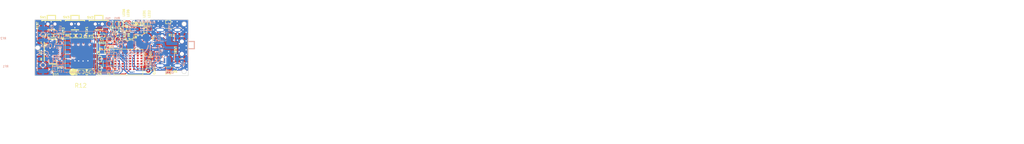
<source format=kicad_pcb>
(kicad_pcb (version 20240108) (generator "pcbnew") (generator_version "8.0")
  (layers (0 "F.Cu" signal) (1 "In1.Cu" signal "GND.Cu") (2 "In2.Cu" signal "VCC.Cu") (31 "B.Cu" signal) (34 "B.Paste" user) (35 "F.Paste" user) (36 "B.SilkS" user "B.Silkscreen") (37 "F.SilkS" user "F.Silkscreen") (38 "B.Mask" user) (39 "F.Mask" user) (44 "Edge.Cuts" user))
  (net 0 "")
  (net 1 "GND")
  (net 2 "Net-(U2-ANT)")
  (net 3 "/RESET")
  (net 4 "+3.3V")
  (net 5 "Net-(U2-P0.01)")
  (net 6 "Net-(U2-P0.00)")
  (net 7 "/BACKUP")
  (net 8 "Net-(C11-Pad1)")
  (net 9 "+BATT")
  (net 10 "VBUS")
  (net 11 "/RF_ANT")
  (net 12 "Net-(D1-K)")
  (net 13 "Net-(LED5-K)")
  (net 14 "Net-(LED5-A)")
  (net 15 "Net-(LED6-K)")
  (net 16 "Net-(U1-ALRT#)")
  (net 17 "Net-(USB1-CC1)")
  (net 18 "Net-(USB1-CC2)")
  (net 19 "Net-(U3-TXD)")
  (net 20 "/RX")
  (net 21 "Net-(U3-RXD)")
  (net 22 "/TX")
  (net 24 "Net-(U3-RESET_N)")
  (net 25 "/Max_RESET")
  (net 26 "/SCL")
  (net 28 "/SDA")
  (net 30 "Net-(U3-VCC_RF)")
  (net 32 "Net-(U1-QSTRT)")
  (net 33 "Net-(LED6-A)")
  (net 34 "/RADIO_BUSY")
  (net 37 "/RADIO_DIO_1")
  (net 38 "/SPI_MISO")
  (net 39 "/SWDI0")
  (net 40 "/SWCLK")
  (net 41 "/SPI_MOSI")
  (net 42 "/SPI_NSS")
  (net 43 "/SPI_SCLK")
  (net 45 "/RADIO_RESET")
  (net 46 "/D+")
  (net 48 "/D-")
  (net 50 "/GPS-EN")
  (net 56 "Net-(RF2-SIG)")
  (net 57 "Net-(RF1-SIG)")
  (net 58 "Net-(U3-VCC)")
  (net 67 "LEDA")
  (net 71 "LED_RED")
  (net 72 "LED_GREEM")
  (net 74 "LCD_SCL")
  (net 75 "LCD_SDA")
  (net 76 "LCD_CS")
  (net 77 "LCD_REST")
  (net 78 "LCD_DC")
  (net 79 "Net-(U2-VDDH)")
  (net 80 "KEY1")
  (net 81 "KEY2")
  (net 93 "Net-(U8-PROG)")
  (net 94 "VCC")
  (net 95 "Net-(Q1-G)")
  (net 96 "LEDK")
  (net 97 "VAA")
  (footprint "UL_PCB_LIB:C0201" (layer "F.Cu") (at 201.913281 85.139013 90)
    (property "Reference" "C5")
    (property "Value" "12pF")
  )
  (footprint "座子接口:FFC-SMD_8P-P0.50_AFC42-S08FMA-1H" (layer "F.Cu") (at 190.216 81.0106 -90)
    (property "Reference" "U7")
    (property "Value" "AFC42-S08FMA-1H")
  )
  (footprint "TestPoint:TestPoint_Pad_D1.0mm" (layer "F.Cu") (at 204.186 78.0896)
    (property "Reference" "GND1")
    (property "Value" "TEXT")
  )
  (footprint "UL_PCB_LIB:R0201" (layer "F.Cu") (at 200.896 77.2006 180)
    (property "Reference" "R7")
    (property "Value" "10K")
  )
  (footprint "UL_PCB_LIB:LED-SMD_L0.7-W0.4-RD_GREEN" (layer "F.Cu") (at 212.9998 74.4574 90)
    (property "Reference" "LED1")
    (property "Value" "XL-0201UGC")
  )
  (footprint "UL_PCB_LIB:C0201" (layer "F.Cu") (at 197.4296 86.0144)
    (property "Reference" "C28")
    (property "Value" "100nF")
  )
  (footprint "UL_PCB_LIB:LED-SMD_L0.7-W0.4-RD_BLUE" (layer "F.Cu") (at 213.7872 74.4574 90)
    (property "Reference" "LED2")
    (property "Value" "XL-0201UBC")
  )
  (footprint "UL_PCB_LIB:C0201" (layer "F.Cu") (at 200.032 86.0266)
    (property "Reference" "C29")
    (property "Value" "100nF")
  )
  (footprint "按键:SW-SMD_TS24CA" (layer "F.Cu") (at 190.216 75.1556)
    (property "Reference" "SW1")
    (property "Value" "TS24CA")
  )
  (footprint "LHH:UL-840" (layer "F.Cu") (at 208.783995 83.53148 180)
    (property "Reference" "U2")
    (property "Value" "UL840")
  )
  (footprint "USES_Library:DFN-4" (layer "F.Cu") (at 190.7494 85.6896 90)
    (property "Reference" "U10")
    (property "Value" "DIO7330B" (hide yes))
  )
  (footprint "芯片:DFN-8_L2.0-W2.0-P0.50-BL-EP" (layer "F.Cu") (at 211.132 75.9346 90)
    (property "Reference" "U8")
    (property "Value" "LGS4056HDA")
  )
  (footprint "UL_PCB_LIB:R0201" (layer "F.Cu") (at 208.8342 75.5242 -90)
    (property "Reference" "R9")
    (property "Value" "1K")
  )
  (footprint "UL_PCB_LIB:C0201" (layer "F.Cu") (at 205.73 75.725003)
    (property "Reference" "C13")
    (property "Value" "105")
  )
  (footprint "TestPoint:TestPoint_Pad_D1.0mm" (layer "F.Cu") (at 213.584 83.6526 -90)
    (property "Reference" "DIO1")
    (property "Value" "TEXT")
  )
  (footprint "UL_PCB_LIB:C0201" (layer "F.Cu") (at 211.826 74.252749 180)
    (property "Reference" "C4")
    (property "Value" "1uF")
  )
  (footprint "UL_PCB_LIB:R0201" (layer "F.Cu") (at 203.678 81.0106 180)
    (property "Reference" "R4")
    (property "Value" "0R/NC")
  )
  (footprint "UL_PCB_LIB:R0201" (layer "F.Cu") (at 195.308 77.2006 180)
    (property "Reference" "R8")
    (property "Value" "10K")
  )
  (footprint "按键:SW-SMD_TS24CA" (layer "F.Cu") (at 195.907 75.1556)
    (property "Reference" "SW3")
    (property "Value" "TS24CA")
  )
  (footprint "UL_PCB_LIB:C0201" (layer "F.Cu") (at 210.26852 74.240979)
    (property "Reference" "C8")
    (property "Value" "1uF")
  )
  (footprint "UL_PCB_LIB:C0201" (layer "F.Cu") (at 196.812 77.2006 180)
    (property "Reference" "C2")
    (property "Value" "100nF")
  )
  (footprint "UL_PCB_LIB:LED-SMD_L0.65-W0.35-P0.41_XL-0201SURC" (layer "F.Cu") (at 208.5802 74.214889 -90)
    (property "Reference" "LED5")
    (property "Value" "XL-0201SURC")
  )
  (footprint "Connector_USB:USB_C_Receptacle_GCT_USB4105-xx-A_16P_TopMnt_Horizontal" (layer "F.Cu") (at 219.551561 80.1026 90)
    (property "Reference" "USB1")
    (property "Value" "type-16pin")
  )
  (footprint "UL_PCB_LIB:C0201" (layer "F.Cu") (at 201.933281 82.853013 -90)
    (property "Reference" "C6")
    (property "Value" "12pF")
  )
  (footprint "UL_PCB_LIB:C0201" (layer "F.Cu") (at 189.982 77.2006 180)
    (property "Reference" "C3")
    (property "Value" "100nF")
  )
  (footprint "UL_PCB_LIB:R0201" (layer "F.Cu") (at 191.474 77.2006)
    (property "Reference" "R6")
    (property "Value" "10K")
  )
  (footprint "智能手环_Library:RT9073A-33GQZ" (layer "F.Cu") (at 205.711524 74.400515)
    (property "Reference" "U5")
    (property "Value" "RT9073A-33GQZ")
  )
  (footprint "LHH:UL62" (layer "F.Cu") (at 197.328 81.5266 180)
    (property "Reference" "U6")
    (property "Value" "HJ-68LR(12)")
  )
  (footprint "UL_PCB_LIB:R0201" (layer "F.Cu") (at 218.398 73.8986 180)
    (property "Reference" "R11")
    (property "Value" "499R")
  )
  (footprint "按键:SW-SMD_TS24CA" (layer "F.Cu") (at 201.646 75.1556)
    (property "Reference" "SW2")
    (property "Value" "TS24CA")
  )
  (footprint "TestPoint:TestPoint_Pad_D1.0mm" (layer "F.Cu") (at 206.218 78.0896)
    (property "Reference" "+3.3V1")
    (property "Value" "TEXT")
  )
  (footprint "UL_PCB_LIB:LED-SMD_L0.7-W0.4-RD_GREEN" (layer "F.Cu") (at 207.869 74.2288 -90)
    (property "Reference" "LED6")
    (property "Value" "XL-0201UGC/NC")
  )
  (footprint "Crystal:Crystal_SMD_3215-2Pin_3.2x1.5mm" (layer "F.Cu") (at 203.6018 84.0386 -90)
    (property "Reference" "Y1")
    (property "Value" "32.768kHz" (hide yes))
  )
  (footprint "UL_PCB_LIB:R0201" (layer "F.Cu") (at 195.7278 86.0652 180)
    (property "Reference" "R12")
    (property "Value" "10K")
  )
  (footprint "UL_PCB_LIB:R0201" (layer "F.Cu") (at 203.678 79.9946 180)
    (property "Reference" "R2")
    (property "Value" "0R")
  )
  (footprint "TestPoint:TestPoint_Pad_D1.0mm" (layer "F.Cu") (at 213.584 85.6526 -90)
    (property "Reference" "CLK1")
    (property "Value" "TEXT")
  )
  (footprint "UL_PCB_LIB:C0201" (layer "F.Cu") (at 202.4454 77.2006 180)
    (property "Reference" "C1")
    (property "Value" "100nF")
  )
  (footprint "UL_PCB_LIB:R0201" (layer "F.Cu") (at 207.891737 75.524505 -90)
    (property "Reference" "R10")
    (property "Value" "1K/NC")
  )
  (footprint "UL_PCB_LIB:C0201" (layer "F.Cu") (at 206.98 74.3866 -90)
    (property "Reference" "C9")
    (property "Value" "105")
  )
  (footprint "UL_PCB_LIB:R0201" (layer "F.Cu") (at 212.893226 75.893975 -90)
    (property "Reference" "R3")
    (property "Value" "9K")
  )
  (footprint "UL_PCB_LIB:R0201" (layer "F.Cu") (at 218.398 86.116 180)
    (property "Reference" "R5")
    (property "Value" "499R")
  )
  (footprint "LHH:DFN-4" (layer "B.Cu") (at 205.182 83.5586 180)
    (property "Reference" "U4")
    (property "Value" "DIO7330B" (hide yes))
  )
  (footprint "UL_PCB_LIB:R0201" (layer "B.Cu") (at 213.201825 82.811138 90)
    (property "Reference" "R24")
    (property "Value" "4.7K")
  )
  (footprint "UL_PCB_LIB:R0201" (layer "B.Cu") (at 204.409802 79.095797)
    (property "Reference" "R14")
    (property "Value" "33")
  )
  (footprint "USES_Library:1P_TEST" (layer "B.Cu") (at 218.512 83.8554 -90)
    (property "Reference" "GND2")
    (property "Value" "GND")
  )
  (footprint "LHH:IPEX" (layer "B.Cu") (at 188.472182 76.897578 180)
    (property "Reference" "RF2")
    (property "Value" "IPEX(1代)" (hide yes))
  )
  (footprint "UL_PCB_LIB:C0201" (layer "B.Cu") (at 192.248 83.8046)
    (property "Reference" "C11")
    (property "Value" "10nF")
  )
  (footprint "UL_PCB_LIB:R0201" (layer "B.Cu") (at 206.726 79.7406)
    (property "Reference" "R1")
    (property "Value" "3.3K")
  )
  (footprint "Diode_SMD:D_SOD-523" (layer "B.Cu") (at 209.727829 74.9146 90)
    (property "Reference" "D2")
    (property "Value" "LRB521S-40T1G")
  )
  (footprint "Package_TO_SOT_SMD:SOT-723" (layer "B.Cu") (at 211.472623 75.127753 90)
    (property "Reference" "Q1")
    (property "Value" "CJ3139K")
  )
  (footprint "UL_PCB_LIB:R0201" (layer "B.Cu") (at 213.029829 75.3606 -90)
    (property "Reference" "R16")
    (property "Value" "100R")
  )
  (footprint "Diode_SMD:D_SOD-523" (layer "B.Cu") (at 208.25 74.917215 90)
    (property "Reference" "D3")
    (property "Value" "LRB521S-40T1G")
  )
  (footprint "UL_PCB_LIB:R0201" (layer "B.Cu") (at 216.0224 82.802 90)
    (property "Reference" "R26")
    (property "Value" "4.7K")
  )
  (footprint "UL_PCB_LIB:L0201" (layer "B.Cu") (at 190.978 84.0386 -90)
    (property "Reference" "L3")
    (property "Value" "2.66R VHF060303H68NJT")
  )
  (footprint "UL_PCB_LIB:R0201" (layer "B.Cu") (at 214.045829 75.3606 -90)
    (property "Reference" "R18")
    (property "Value" "10K")
  )
  (footprint "LHH:MAX-M10S" (layer "B.Cu") (at 193.962 85.545403)
    (property "Reference" "U3")
    (property "Value" "MAX-M10S-00B-01" (hide yes))
  )
  (footprint "TestPoint:TestPoint_Pad_D1.0mm" (layer "B.Cu") (at 204.1606 74.3304 180)
    (property "Reference" "TX1")
    (property "Value" "TEXT" (hide yes))
  )
  (footprint "UL_PCB_LIB:C0201" (layer "B.Cu") (at 204.3384 82.179)
    (property "Reference" "C10")
    (property "Value" "100nF")
  )
  (footprint "UL_PCB_LIB:L0201" (layer "B.Cu") (at 192.2734 77.1698 90)
    (property "Reference" "L10")
    (property "Value" "9.1nH")
  )
  (footprint "UL_PCB_LIB:C0201" (layer "B.Cu") (at 191.1812 76.6218 90)
    (property "Reference" "C30")
    (property "Value" "3.3pF")
  )
  (footprint "UL_PCB_LIB:C0201" (layer "B.Cu") (at 191.994 78.9586 180)
    (property "Reference" "C31")
    (property "Value" "3.3pF")
  )
  (footprint "UL_PCB_LIB:C0201" (layer "B.Cu") (at 205.583 81.9304 -90)
    (property "Reference" "C14")
    (property "Value" "105")
  )
  (footprint "LHH:IPEX" (layer "B.Cu") (at 188.438 84.312599 180)
    (property "Reference" "RF1")
    (property "Value" "IPEX(1代)" (hide yes))
  )
  (footprint "按键:SW-SMD_MSK12CO2" (layer "B.Cu") (at 221.3529 80.0962 -90)
    (property "Reference" "U9")
    (property "Value" "MINI_MSK12CO2")
  )
  (footprint "UL_PCB_LIB:C0201" (layer "B.Cu") (at 215.108 77.9426 90)
    (property "Reference" "C12")
    (property "Value" "1uF")
  )
  (footprint "TestPoint:TestPoint_Pad_D1.0mm" (layer "B.Cu") (at 206.1926 74.3304 180)
    (property "Reference" "RX1")
    (property "Value" "TEXT")
  )
  (footprint "UL_PCB_LIB:R0201" (layer "B.Cu") (at 204.421802 78.079797)
    (property "Reference" "R13")
    (property "Value" "33")
  )
  (footprint "Diode_SMD:D_SOD-523" (layer "B.Cu") (at 206.935 77.3022 180)
    (property "Reference" "D1")
    (property "Value" "LRB521S-40T1G")
  )
  (footprint "UL_PCB_LIB:R0201" (layer "B.Cu") (at 190.966 82.5346 90)
    (property "Reference" "R21")
    (property "Value" "10R")
  )
  (footprint "USES_Library:1P_TEST" (layer "B.Cu") (at 218.512 77.9368 -90)
    (property "Reference" "VBAT1")
    (property "Value" "BAT")
  )
  (footprint "UL_PCB_LIB:R0201" (layer "B.Cu") (at 204.44 85.699797)
    (property "Reference" "R17")
    (property "Value" "33")
  )
  (footprint "LHH:DFN-8-2x2-P0.5" (layer "B.Cu") (at 213.9904 81.914514)
    (property "Reference" "U1")
    (property "Value" "MAX17048G+T10")
  )
  (footprint "UL_PCB_LIB:C0201" (layer "B.Cu") (at 206.706 78.7246 180)
    (property "Reference" "C7")
    (property "Value" "1uF")
  )
  (footprint "UL_PCB_LIB:R0201" (layer "B.Cu") (at 214.141625 82.811138 90)
    (property "Reference" "R25")
    (property "Value" "4.7K")
  )
  (footprint "LHH:CAP-SMD_2P-L4.8-W4.8-TR" (layer "B.Cu") (at 211.298 79.2326 -90)
    (property "Reference" "B1")
    (property "Value" "XH414H-IV01E 3.3V0.08F" (hide yes))
  )
  (footprint "UL_PCB_LIB:R0201" (layer "B.Cu") (at 215.081425 82.802 -90)
    (property "Reference" "R27")
    (property "Value" "10K")
  )
  (gr_line (start 186.236 73.3526) (end 186.236 86.8526) (stroke (width 0.1)) (layer "Edge.Cuts"))
  (gr_line (start 186.236 86.8526) (end 223.236 86.8526) (stroke (width 0.1)) (layer "Edge.Cuts"))
  (gr_circle (center 222.236 74.3526) (end 222.786 74.3526) (stroke (width 0.1)) (fill none) (layer "Edge.Cuts"))
  (gr_line (start 223.236 86.8526) (end 223.236 73.3526) (stroke (width 0.1)) (layer "Edge.Cuts"))
  (gr_line (start 223.236 73.3526) (end 186.236 73.3526) (stroke (width 0.1)) (layer "Edge.Cuts"))
  (gr_circle (center 222.236 85.8526) (end 222.786 85.8526) (stroke (width 0.1)) (fill none) (layer "Edge.Cuts"))
  (gr_circle (center 186.9306 80.1026) (end 187.4806 80.1026) (stroke (width 0.1)) (fill none) (layer "Edge.Cuts"))
  (gr_text "GPS" (at 189.7588 82.1028 0) (layer "B.SilkS") (effects (font (size 1 1)) (justify left bottom mirror)))
  (gr_text "LORA" (at 191.3844 80.2486 0) (layer "B.SilkS") (effects (font (size 1 1)) (justify left bottom mirror)))
  (gr_text "1" (at 187.4474 79.1818 0) (layer "F.SilkS") (effects (font (size 0.5 0.5) (thickness 0.125)) (justify left bottom)))
  (gr_text "8" (at 187.4474 83.2204 0) (layer "F.SilkS") (effects (font (size 0.5 0.5) (thickness 0.125)) (justify left bottom)))
  (gr_text "KEY1" (at 199.0298 76.9212 90) (layer "F.SilkS") (effects (font (size 0.5 0.5) (thickness 0.125)) (justify left bottom)))
  (gr_text "KEY2" (at 193.423196 77.090746 90) (layer "F.SilkS") (effects (font (size 0.5 0.5) (thickness 0.125)) (justify left bottom)))
  (gr_text "REST" (at 187.1426 75.702 90) (layer "F.SilkS") (effects (font (size 0.5 0.5) (thickness 0.125)) (justify left bottom)))
  (segment (start 205.64401 85.47079) (end 205.075 86.0398) (width 0.2) (layer "F.Cu") (net 1))
  (segment (start 218.64 86.116) (end 218.64 85.0224) (width 0.4) (layer "F.Cu") (net 1))
  (segment (start 195.0928 84.9118) (end 195.378 84.6266) (width 0.4) (layer "F.Cu") (net 1))
  (segment (start 190.099098 84.988302) (end 189.7588 85.3286) (width 0.4) (layer "F.Cu") (net 1))
  (segment (start 191.228 85.238302) (end 190.978 84.988302) (width 0.3) (layer "F.Cu") (net 1))
  (segment (start 211.3916 76.6846) (end 211.0948 76.3878) (width 0.2) (layer "F.Cu") (net 1))
  (segment (start 219.2482 84.4142) (end 219.2398 84.4226) (width 0.4) (layer "F.Cu") (net 1))
  (segment (start 212.9998 75.545401) (end 212.893226 75.651975) (width 0.3) (layer "F.Cu") (net 1))
  (segment (start 197.582 75.0056) (end 198.207 74.3806) (width 0.2) (layer "F.Cu") (net 1))
  (segment (start 212.9998 74.7074) (end 212.9998 75.545401) (width 0.3) (layer "F.Cu") (net 1))
  (segment (start 211.0948 76.3878) (end 211.0948 73.7462) (width 0.4) (layer "F.Cu") (net 1))
  (segment (start 218.9434 84.719) (end 218.9434 84.4142) (width 0.4) (layer "F.Cu") (net 1))
  (segment (start 199.278 84.6266) (end 199.278 85.055) (width 0.4) (layer "F.Cu") (net 1))
  (segment (start 190.9526 79.766) (end 190.5208 80.1978) (width 0.4) (layer "F.Cu") (net 1))
  (segment (start 197.582 75.9306) (end 197.582 75.0056) (width 0.2) (layer "F.Cu") (net 1))
  (segment (start 192.9084 74.773) (end 192.516 74.3806) (width 0.2) (layer "F.Cu") (net 1))
  (segment (start 201.4682 86.0398) (end 201.138 85.7096) (width 0.2) (layer "F.Cu") (net 1))
  (segment (start 191.831502 84.988302) (end 190.978 84.988302) (width 0.4) (layer "F.Cu") (net 1))
  (segment (start 212.06 75.6846) (end 211.382 75.6846) (width 0.4) (layer "F.Cu") (net 1))
  (segment (start 205.418 85.2906) (end 205.64401 85.2906) (width 0.2) (layer "F.Cu") (net 1))
  (segment (start 190.978 84.988302) (end 190.099098 84.988302) (width 0.4) (layer "F.Cu") (net 1))
  (segment (start 212.9998 74.7074) (end 213.7872 74.7074) (width 0.3) (layer "F.Cu") (net 1))
  (segment (start 215.871561 83.3026) (end 214.822759 83.3026) (width 0.3) (layer "F.Cu") (net 1))
  (segment (start 211.0948 73.7462) (end 211.171 73.67) (width 0.4) (layer "F.Cu") (net 1))
  (segment (start 191.228 85.6133) (end 191.228 85.238302) (width 0.3) (layer "F.Cu") (net 1))
  (segment (start 188.819 84.2872) (end 189.7588 85.227) (width 0.4) (layer "F.Cu") (net 1))
  (segment (start 214.822759 83.3026) (end 214.6508 83.474559) (width 0.3) (layer "F.Cu") (net 1))
  (segment (start 219.2398 84.4226) (end 220.626561 84.4226) (width 0.4) (layer "F.Cu") (net 1))
  (segment (start 198.8266 75.7782) (end 198.8266 75.0002) (width 0.2) (layer "F.Cu") (net 1))
  (segment (start 190.958 79.7606) (end 190.9526 79.766) (width 0.4) (layer "F.Cu") (net 1))
  (segment (start 192.9084 76.0068) (end 193.1624 76.0068) (width 0.2) (layer "F.Cu") (net 1))
  (segment (start 193.3402 75.829) (end 193.3402 74.6474) (width 0.2) (layer "F.Cu") (net 1))
  (segment (start 218.64 85.0224) (end 218.9434 84.719) (width 0.4) (layer "F.Cu") (net 1))
  (segment (start 218.9434 84.4142) (end 219.2482 84.4142) (width 0.4) (layer "F.Cu") (net 1))
  (segment (start 211.382 75.6846) (end 211.132 75.9346) (width 0.4) (layer "F.Cu") (net 1))
  (segment (start 205.1004 84.352) (end 205.1004 84.973) (width 0.2) (layer "F.Cu") (net 1))
  (segment (start 192.9084 76.0068) (end 192.9084 74.773) (width 0.2) (layer "F.Cu") (net 1))
  (segment (start 193.1624 76.0068) (end 193.3402 75.829) (width 0.2) (layer "F.Cu") (net 1))
  (segment (start 201.138 85.7096) (end 201.138 84.9984) (width 0.2) (layer "F.Cu") (net 1))
  (segment (start 190.5208 80.9852) (end 190.6224 81.0868) (width 0.4) (layer "F.Cu") (net 1))
  (segment (start 199.758 86.0266) (end 199.758 85.1066) (width 0.4) (layer "F.Cu") (net 1))
  (segment (start 197.7036 86.0144) (end 197.7036 84.901) (width 0.4) (layer "F.Cu") (net 1))
  (segment (start 195.0928 85.4556) (end 195.0928 84.9118) (width 0.4) (layer "F.Cu") (net 1))
  (segment (start 204.557 83.8086) (end 205.1004 84.352) (width 0.2) (layer "F.Cu") (net 1))
  (segment (start 191.867 85.0238) (end 191.831502 84.988302) (width 0.4) (layer "F.Cu") (net 1))
  (segment (start 202.7194 77.2006) (end 203.297 77.2006) (width 0.4) (layer "F.Cu") (net 1))
  (segment (start 197.7036 84.901) (end 197.978 84.6266) (width 0.4) (layer "F.Cu") (net 1))
  (segment (start 201.271387 84.865013) (end 201.913281 84.865013) (width 0.2) (layer "F.Cu") (net 1))
  (segment (start 205.075 86.0398) (end 201.4682 86.0398) (width 0.2) (layer "F.Cu") (net 1))
  (segment (start 198.8266 75.0002) (end 198.207 74.3806) (width 0.2) (layer "F.Cu") (net 1))
  (segment (start 212.06 76.6846) (end 211.3916 76.6846) (width 0.2) (layer "F.Cu") (net 1))
  (segment (start 201.138 84.9984) (end 201.271387 84.865013) (width 0.2) (layer "F.Cu") (net 1))
  (segment (start 199.278 85.055) (end 198.7758 85.5572) (width 0.4) (layer "F.Cu") (net 1))
  (segment (start 189.7588 85.227) (end 189.7588 85.3286) (width 0.4) (layer "F.Cu") (net 1))
  (segment (start 199.758 85.1066) (end 199.278 84.6266) (width 0.4) (layer "F.Cu") (net 1))
  (segment (start 193.3402 74.6474) (end 193.607 74.3806) (width 0.2) (layer "F.Cu") (net 1))
  (segment (start 203.297 77.2006) (end 204.186 78.0896) (width 0.4) (layer "F.Cu") (net 1))
  (segment (start 190.5208 80.1978) (end 190.5208 80.9852) (width 0.4) (layer "F.Cu") (net 1))
  (segment (start 205.64401 85.2906) (end 205.64401 85.47079) (width 0.2) (layer "F.Cu") (net 1))
  (segment (start 205.1004 84.973) (end 205.418 85.2906) (width 0.2) (layer "F.Cu") (net 1))
  (via (at 214.1936 76.4132) (size 0.4) (drill 0.3) (layers "F.Cu" "B.Cu") (net 1))
  (via (at 220.6452 78.2928) (size 0.4) (drill 0.3) (layers "F.Cu" "B.Cu") (net 1))
  (via (at 195.9056 74.305) (size 0.4) (drill 0.3) (layers "F.Cu" "B.Cu") (net 1))
  (via (at 188.184 84.9222) (size 0.4) (drill 0.3) (layers "F.Cu" "B.Cu") (net 1))
  (via (at 206.8022 75.3972) (size 0.4) (drill 0.3) (layers "F.Cu" "B.Cu") (net 1))
  (via (at 221.0262 81.0614) (size 0.4) (drill 0.3) (layers "F.Cu" "B.Cu") (net 1))
  (via (at 221.1024 79.131) (size 0.4) (drill 0.3) (layers "F.Cu" "B.Cu") (net 1))
  (via (at 186.66 78.877) (size 0.4) (drill 0.3) (layers "F.Cu" "B.Cu") (net 1))
  (via (at 215.0064 73.67) (size 0.4) (drill 0.3) (layers "F.Cu" "B.Cu") (net 1))
  (via (at 206.0402 76.2354) (size 0.4) (drill 0.3) (layers "F.Cu" "B.Cu") (net 1))
  (via (at 196.2104 76.1338) (size 0.4) (drill 0.3) (layers "F.Cu" "B.Cu") (net 1))
  (via (at 195.8802 75.2702) (size 0.4) (drill 0.3) (layers "F.Cu" "B.Cu") (net 1))
  (via (at 201.6714 74.2542) (size 0.4) (drill 0.3) (layers "F.Cu" "B.Cu") (net 1))
  (via (at 190.851 75.5496) (size 0.4) (drill 0.3) (layers "F.Cu" "B.Cu") (net 1))
  (via (at 195.0928 85.4556) (size 0.4) (drill 0.3) (layers "F.Cu" "B.Cu") (net 1))
  (via (at 221.0516 80.147) (size 0.4) (drill 0.3) (layers "F.Cu" "B.Cu") (net 1))
  (via (at 201.5698 83.6522) (size 0.4) (drill 0.3) (layers "F.Cu" "B.Cu") (net 1))
  (via (at 190.1652 73.8224) (size 0.4) (drill 0.3) (layers "F.Cu" "B.Cu") (net 1))
  (via (at 204.948 75.2702) (size 0.4) (drill 0.3) (layers "F.Cu" "B.Cu") (net 1))
  (via (at 212.06 77.2514) (size 0.4) (drill 0.3) (layers "F.Cu" "B.Cu") (net 1))
  (via (at 222.7788 81.6964) (size 0.4) (drill 0.3) (layers "F.Cu" "B.Cu") (net 1))
  (via (at 213.9396 77.226) (size 0.4) (drill 0.3) (layers "F.Cu" "B.Cu") (net 1))
  (via (at 214.9048 77.1244) (size 0.4) (drill 0.3) (layers "F.Cu" "B.Cu") (net 1))
  (via (at 219.7308 78.2674) (size 0.4) (drill 0.3) (layers "F.Cu" "B.Cu") (net 1))
  (via (at 192.6798 85.0492) (size 0.4) (drill 0.3) (layers "F.Cu" "B.Cu") (net 1))
  (via (at 221.9914 75.7528) (size 0.4) (drill 0.3) (layers "F.Cu" "B.Cu") (net 1))
  (via (at 192.756 83.195) (size 0.4) (drill 0.3) (layers "F.Cu" "B.Cu") (net 1))
  (via (at 187.3966 77.0228) (size 0.4) (drill 0.3) (layers "F.Cu" "B.Cu") (net 1))
  (via (at 222.728 80.6042) (size 0.4) (drill 0.3) (layers "F.Cu" "B.Cu") (net 1))
  (via (at 192.883 78.0642) (size 0.4) (drill 0.3) (layers "F.Cu" "B.Cu") (net 1))
  (via (at 189.7588 85.3286) (size 0.4) (drill 0.3) (layers "F.Cu" "B.Cu") (net 1))
  (via (at 219.7308 83.2712) (size 0.4) (drill 0.3) (layers "F.Cu" "B.Cu") (net 1))
  (via (at 220.6198 85.2778) (size 0.4) (drill 0.3) (layers "F.Cu" "B.Cu") (net 1))
  (via (at 222.8042 83.8554) (size 0.4) (drill 0.3) (layers "F.Cu" "B.Cu") (net 1))
  (via (at 188.7174 81.7218) (size 0.4) (drill 0.3) (layers "F.Cu" "B.Cu") (net 1))
  (via (at 192.9084 76.0068) (size 0.4) (drill 0.3) (layers "F.Cu" "B.Cu") (net 1))
  (via (at 211.0948 76.3878) (size 0.4) (drill 0.3) (layers "F.Cu" "B.Cu") (net 1))
  (via (at 204.8972 73.6446) (size 0.4) (drill 0.3) (layers "F.Cu" "B.Cu") (net 1))
  (via (at 217.0638 73.67) (size 0.4) (drill 0.3) (layers "F.Cu" "B.Cu") (net 1))
  (via (at 201.5952 84.2618) (size 0.4) (drill 0.3) (layers "F.Cu" "B.Cu") (net 1))
  (via (at 222.7534 78.4452) (size 0.4) (drill 0.3) (layers "F.Cu" "B.Cu") (net 1))
  (via (at 190.216 76.0322) (size 0.4) (drill 0.3) (layers "F.Cu" "B.Cu") (net 1))
  (via (at 222.8804 85.1762) (size 0.4) (drill 0.3) (layers "F.Cu" "B.Cu") (net 1))
  (via (at 186.8124 83.8808) (size 0.4) (drill 0.3) (layers "F.Cu" "B.Cu") (net 1))
  (via (at 206.9292 77.3022) (size 0.4) (drill 0.3) (layers "F.Cu" "B.Cu") (net 1))
  (via (at 218.9434 84.4142) (size 0.4) (drill 0.3) (layers "F.Cu" "B.Cu") (net 1))
  (via (at 221.7628 82.6616) (size 0.4) (drill 0.3) (layers "F.Cu" "B.Cu") (net 1))
  (via (at 222.7534 79.639) (size 0.4) (drill 0.3) (layers "F.Cu" "B.Cu") (net 1))
  (via (at 187.4982 84.3126) (size 0.4) (drill 0.3) (layers "F.Cu" "B.Cu") (net 1))
  (via (at 197.8614 83.322) (size 0.4) (drill 0.3) (layers "F.Cu" "B.Cu") (net 1))
  (via (at 196.7946 83.2966) (size 0.4) (drill 0.3) (layers "F.Cu" "B.Cu") (net 1))
  (via (at 186.7362 74.3812) (size 0.4) (drill 0.3) (layers "F.Cu" "B.Cu") (net 1))
  (via (at 214.073 84.6936) (size 0.4) (drill 0.3) (layers "F.Cu" "B.Cu") (net 1))
  (via (at 190.6224 81.0868) (size 0.4) (drill 0.3) (layers "F.Cu" "B.Cu") (net 1))
  (via (at 214.727 80.7566) (size 0.4) (drill 0.3) (layers "F.Cu" "B.Cu") (net 1))
  (via (at 216.4034 85.3032) (size 0.4) (drill 0.3) (layers "F.Cu" "B.Cu") (net 1))
  (via (at 190.1652 74.8384) (size 0.4) (drill 0.3) (layers "F.Cu" "B.Cu") (net 1))
  (via (at 214.854 75.7782) (size 0.4) (drill 0.3) (layers "F.Cu" "B.Cu") (net 1))
  (via (at 188.8698 77.0228) (size 0.4) (drill 0.3) (layers "F.Cu" "B.Cu") (net 1))
  (via (at 216.0224 73.67) (size 0.4) (drill 0.3) (layers "F.Cu" "B.Cu") (net 1))
  (via (at 204.557 83.8086) (size 0.4) (drill 0.3) (layers "F.Cu" "B.Cu") (net 1))
  (via (at 217.1146 74.7876) (size 0.4) (drill 0.3) (layers "F.Cu" "B.Cu") (net 1))
  (via (at 211.1202 77.2006) (size 0.4) (drill 0.3) (layers "F.Cu" "B.Cu") (net 1))
  (via (at 188.692 80.782) (size 0.4) (drill 0.3) (layers "F.Cu" "B.Cu") (net 1))
  (via (at 188.7428 73.8478) (size 0.4) (drill 0.3) (layers "F.Cu" "B.Cu") (net 1))
  (via (at 187.7776 81.6964) (size 0.4) (drill 0.3) (layers "F.Cu" "B.Cu") (net 1))
  (via (at 215.5398 85.3794) (size 0.4) (drill 0.3) (layers "F.Cu" "B.Cu") (net 1))
  (via (at 214.6508 83.474559) (size 0.4) (drill 0.3) (layers "F.Cu" "B.Cu") (net 1))
  (via (at 219.1212 75.7528) (size 0.4) (drill 0.3) (layers "F.Cu" "B.Cu") (net 1))
  (via (at 220.569 74.6352) (size 0.4) (drill 0.3) (layers "F.Cu" "B.Cu") (net 1))
  (via (at 188.184 83.6776) (size 0.4) (drill 0.3) (layers "F.Cu" "B.Cu") (net 1))
  (via (at 199.0298 83.2712) (size 0.4) (drill 0.3) (layers "F.Cu" "B.Cu") (net 1))
  (via (at 222.0676 84.6428) (size 0.4) (drill 0.3) (layers "F.Cu" "B.Cu") (net 1))
  (via (at 211.171 73.67) (size 0.4) (drill 0.3) (layers "F.Cu" "B.Cu") (net 1))
  (via (at 222.728 76.3878) (size 0.4) (drill 0.3) (layers "F.Cu" "B.Cu") (net 1))
  (via (at 186.6346 84.9984) (size 0.4) (drill 0.3) (layers "F.Cu" "B.Cu") (net 1))
  (via (at 206.9292 76.1084) (size 0.4) (drill 0.3) (layers "F.Cu" "B.Cu") (net 1))
  (via (at 189.7842 81.8996) (size 0.4) (drill 0.3) (layers "F.Cu" "B.Cu") (net 1))
  (via (at 207.8182 76.337) (size 0.4) (drill 0.3) (layers "F.Cu" "B.Cu") (net 1))
  (via (at 219.3752 74.7622) (size 0.4) (drill 0.3) (layers "F.Cu" "B.Cu") (net 1))
  (via (at 219.7054 77.3276) (size 0.4) (drill 0.3) (layers "F.Cu" "B.Cu") (net 1))
  (via (at 220.569 73.7716) (size 0.4) (drill 0.3) (layers "F.Cu" "B.Cu") (net 1))
  (via (at 215.9462 74.7114) (size 0.4) (drill 0.3) (layers "F.Cu" "B.Cu") (net 1))
  (via (at 190.9526 79.766) (size 0.4) (drill 0.3) (layers "F.Cu" "B.Cu") (net 1))
  (via (at 191.613 83.2458) (size 0.4) (drill 0.3) (layers "F.Cu" "B.Cu") (net 1))
  (via (at 198.7758 85.5572) (size 0.4) (drill 0.3) (layers "F.Cu" "B.Cu") (net 1))
  (via (at 186.8124 82.687) (size 0.4) (drill 0.3) (layers "F.Cu" "B.Cu") (net 1))
  (via (at 188.692 79.6136) (size 0.4) (drill 0.3) (layers "F.Cu" "B.Cu") (net 1))
  (via (at 204.948 76.8958) (size 0.4) (drill 0.3) (layers "F.Cu" "B.Cu") (net 1))
  (via (at 187.803 80.782) (size 0.4) (drill 0.3) (layers "F.Cu" "B.Cu") (net 1))
  (via (at 186.6092 76.4132) (size 0.4) (drill 0.3) (layers "F.Cu" "B.Cu") (net 1))
  (via (at 198.8266 75.7782) (size 0.4) (drill 0.3) (layers "F.Cu" "B.Cu") (net 1))
  (via (at 201.0364 75.1432) (size 0.4) (drill 0.3) (layers "F.Cu" "B.Cu") (net 1))
  (via (at 195.9056 83.2712) (size 0.4) (drill 0.3) (layers "F.Cu" "B.Cu") (net 1))
  (via (at 220.569 81.8996) (size 0.4) (drill 0.3) (layers "F.Cu" "B.Cu") (net 1))
  (via (at 218.4862 81.036) (size 0.4) (drill 0.3) (layers "F.Cu" "B.Cu") (net 1))
  (via (at 218.4862 81.8742) (size 0.4) (drill 0.3) (layers "F.Cu" "B.Cu") (net 1))
  (via (at 220.6452 76.7942) (size 0.4) (drill 0.3) (layers "F.Cu" "B.Cu") (net 1))
  (via (at 221.6612 77.3276) (size 0.4) (drill 0.3) (layers "F.Cu" "B.Cu") (net 1))
  (via (at 189.8858 80.2232) (size 0.4) (drill 0.3) (layers "F.Cu" "B.Cu") (net 1))
  (via (at 217.5464 76.5656) (size 0.4) (drill 0.3) (layers "F.Cu" "B.Cu") (net 1))
  (via (at 214.9048 74.8638) (size 0.4) (drill 0.3) (layers "F.Cu" "B.Cu") (net 1))
  (via (at 219.426 82.2806) (size 0.4) (drill 0.3) (layers "F.Cu" "B.Cu") (net 1))
  (via (at 201.9762 76.2608) (size 0.4) (drill 0.3) (layers "F.Cu" "B.Cu") (net 1))
  (via (at 221.6358 83.4998) (size 0.4) (drill 0.3) (layers "F.Cu" "B.Cu") (net 1))
  (via (at 186.66 75.4734) (size 0.4) (drill 0.3) (layers "F.Cu" "B.Cu") (net 1))
  (via (at 219.3244 73.8224) (size 0.4) (drill 0.3) (layers "F.Cu" "B.Cu") (net 1))
  (via (at 190.0636 78.5976) (size 0.4) (drill 0.3) (layers "F.Cu" "B.Cu") (net 1))
  (via (at 187.803 79.6136) (size 0.4) (drill 0.3) (layers "F.Cu" "B.Cu") (net 1))
  (via (at 208.0214 78.0642) (size 0.4) (drill 0.3) (layers "F.Cu" "B.Cu") (net 1))
  (via (at 204.0336 76.8958) (size 0.4) (drill 0.3) (layers "F.Cu" "B.Cu") (net 1))
  (via (at 186.7362 81.8234) (size 0.4) (drill 0.3) (layers "F.Cu" "B.Cu") (net 1))
  (via (at 222.728 75.2194) (size 0.4) (drill 0.3) (layers "F.Cu" "B.Cu") (net 1))
  (via (at 188.819 84.2872) (size 0.4) (drill 0.3) (layers "F.Cu" "B.Cu") (net 1))
  (via (at 191.867 85.0238) (size 0.4) (drill 0.3) (layers "F.Cu" "B.Cu") (net 1))
  (via (at 186.6346 77.4546) (size 0.4) (drill 0.3) (layers "F.Cu" "B.Cu") (net 1))
  (segment (start 203.883203 76.745403) (end 204.0336 76.8958) (width 0.4) (layer "B.Cu") (net 1))
  (segment (start 188.405595 85.5572) (end 189.327 85.5572) (width 0.2) (layer "B.Cu") (net 1))
  (segment (start 195.002997 85.545403) (end 195.0928 85.4556) (width 0.4) (layer "B.Cu") (net 1))
  (segment (start 214.6254 80.6042) (end 214.727 80.7566) (width 0.2) (layer "B.Cu") (net 1))
  (segment (start 202.662 76.745403) (end 202.460803 76.745403) (width 0.4) (layer "B.Cu") (net 1))
  (segment (start 208.0214 78.0642) (end 208.1738 77.9118) (width 0.2) (layer "B.Cu") (net 1))
  (segment (start 192.756 83.1696) (end 192.7814 83.195) (width 0.3) (layer "B.Cu") (net 1))
  (segment (start 192.522 83.8046) (end 192.9846 83.8046) (width 0.2) (layer "B.Cu") (net 1))
  (segment (start 215.642924 80.6042) (end 215.1334 80.6042) (width 0.2) (layer "B.Cu") (net 1))
  (segment (start 204.557 83.4644) (end 204.557 83.8086) (width 0.2) (layer "B.Cu") (net 1))
  (segment (start 215.081425 83.044) (end 214.650866 83.474559) (width 0.4) (layer "B.Cu") (net 1))
  (segment (start 192.7814 83.195) (end 192.756 83.195) (width 0.3) (layer "B.Cu") (net 1))
  (segment (start 193.962 85.545403) (end 193.176003 85.545403) (width 0.4) (layer "B.Cu") (net 1))
  (segment (start 195.831397 83.345403) (end 195.9056 83.2712) (width 0.3) (layer "B.Cu") (net 1))
  (segment (start 206.432 78.7246) (end 206.432 78.4344) (width 0.2) (layer "B.Cu") (net 1))
  (segment (start 202.460803 76.745403) (end 201.9762 76.2608) (width 0.4) (layer "B.Cu") (net 1))
  (segment (start 204.6124 82.179) (end 204.6124 81.9558) (width 0.2) (layer "B.Cu") (net 1))
  (segment (start 188.175218 85.787577) (end 188.405595 85.5572) (width 0.2) (layer "B.Cu") (net 1))
  (segment (start 215.883462 80.363662) (end 215.642924 80.6042) (width 0.2) (layer "B.Cu") (net 1))
  (segment (start 214.383338 79.676592) (end 214.383338 80.362138) (width 0.2) (layer "B.Cu") (net 1))
  (segment (start 215.883462 79.676592) (end 215.883462 80.363662) (width 0.2) (layer "B.Cu") (net 1))
  (segment (start 206.432 78.4344) (end 206.5736 78.2928) (width 0.2) (layer "B.Cu") (net 1))
  (segment (start 208.1738 76.6926) (end 207.8182 76.337) (width 0.2) (layer "B.Cu") (net 1))
  (segment (start 204.6124 82.2606) (end 204.186 82.687) (width 0.2) (layer "B.Cu") (net 1))
  (segment (start 193.176003 85.545403) (end 192.6798 85.0492) (width 0.4) (layer "B.Cu") (net 1))
  (segment (start 202.662 76.745403) (end 203.883203 76.745403) (width 0.4) (layer "B.Cu") (net 1))
  (segment (start 189.835 85.0492) (end 192.6798 85.0492) (width 0.2) (layer "B.Cu") (net 1))
  (segment (start 204.6124 81.9558) (end 204.9118 81.6564) (width 0.2) (layer "B.Cu") (net 1))
  (segment (start 206.5736 78.2928) (end 207.7928 78.2928) (width 0.2) (layer "B.Cu") (net 1))
  (segment (start 204.557 83.8086) (end 204.807 84.0586) (width 0.3) (layer "B.Cu") (net 1))
  (segment (start 204.6124 82.179) (end 204.6124 82.2606) (width 0.2) (layer "B.Cu") (net 1))
  (segment (start 214.650866 83.474559) (end 214.6508 83.474559) (width 0.4) (layer "B.Cu") (net 1))
  (segment (start 192.9846 83.8046) (end 193.326604 83.462596) (width 0.2) (layer "B.Cu") (net 1))
  (segment (start 192.931803 83.345403) (end 192.7814 83.195) (width 0.3) (layer "B.Cu") (net 1))
  (segment (start 204.807 84.0586) (end 205.182 84.0586) (width 0.3) (layer "B.Cu") (net 1))
  (segment (start 193.962 83.345403) (end 192.931803 83.345403) (width 0.3) (layer "B.Cu") (net 1))
  (segment (start 193.326604 83.462596) (end 193.962 83.462596) (width 0.2) (layer "B.Cu") (net 1))
  (segment (start 188.175218 85.787577) (end 187.423777 85.787577) (width 0.2) (layer "B.Cu") (net 1))
  (segment (start 187.423777 85.787577) (end 186.6346 84.9984) (width 0.2) (layer "B.Cu") (net 1))
  (segment (start 216.446561 84.4226) (end 220.626561 84.4226) (width 0.64) (layer "B.Cu") (net 1))
  (segment (start 214.383338 80.362138) (end 214.6254 80.6042) (width 0.2) (layer "B.Cu") (net 1))
  (segment (start 204.186 82.687) (end 204.186 83.0934) (width 0.2) (layer "B.Cu") (net 1))
  (segment (start 204.186 83.0934) (end 204.557 83.4644) (width 0.2) (layer "B.Cu") (net 1))
  (segment (start 207.7928 78.2928) (end 208.0214 78.0642) (width 0.2) (layer "B.Cu") (net 1))
  (segment (start 208.1738 77.9118) (end 208.1738 76.6926) (width 0.2) (layer "B.Cu") (net 1))
  (segment (start 189.327 85.5572) (end 189.835 85.0492) (width 0.2) (layer "B.Cu") (net 1))
  (segment (start 204.9118 81.6564) (end 205.583 81.6564) (width 0.2) (layer "B.Cu") (net 1))
  (segment (start 214.727 80.7566) (end 215.1334 80.6042) (width 0.2) (layer "B.Cu") (net 1))
  (segment (start 192.756 83.195) (end 192.756 83.1696) (width 0.3) (layer "B.Cu") (net 1))
  (segment (start 193.962 83.345403) (end 195.831397 83.345403) (width 0.3) (layer "B.Cu") (net 1))
  (segment (start 193.962 85.545403) (end 195.002997 85.545403) (width 0.4) (layer "B.Cu") (net 1))
  (segment (start 211.94403 84.64061) (end 211.94403 85.2906) (width 0.3) (layer "F.Cu") (net 2))
  (segment (start 190.47 77.2006) (end 191.232 77.2006) (width 0.2) (layer "F.Cu") (net 3))
  (segment (start 208.34403 79.70763) (end 208.0722 79.4358) (width 0.2) (layer "F.Cu") (net 3))
  (segment (start 190.256 77.2006) (end 190.47 77.2006) (width 0.2) (layer "F.Cu") (net 3))
  (segment (start 190.47 77.2006) (end 190.47 78.2166) (width 0.2) (layer "F.Cu") (net 3))
  (segment (start 191.232 77.2006) (end 191.232 76.5896) (width 0.2) (layer "F.Cu") (net 3))
  (segment (start 191.232 76.5896) (end 191.891 75.9306) (width 0.2) (layer "F.Cu") (net 3))
  (segment (start 190.47 78.2166) (end 190.4446 78.242) (width 0.2) (layer "F.Cu") (net 3))
  (segment (start 208.34403 80.74065) (end 208.34403 79.70763) (width 0.2) (layer "F.Cu") (net 3))
  (via (at 208.0722 79.4358) (size 0.4) (drill 0.3) (layers "F.Cu" "B.Cu") (net 3))
  (via (at 190.4446 78.242) (size 0.4) (drill 0.3) (layers "F.Cu" "B.Cu") (net 3))
  (segment (start 205.456 75.725003) (end 205.456 76.5402) (width 0.3) (layer "F.Cu") (net 4))
  (segment (start 205.64401 82.4076) (end 205.64401 82.04062) (width 0.4) (layer "F.Cu") (net 4))
  (segment (start 191.716 77.6564) (end 191.716 77.4278) (width 0.4) (layer "F.Cu") (net 4))
  (segment (start 191.716 77.4278) (end 191.9432 77.2006) (width 0.4) (layer "F.Cu") (net 4))
  (segment (start 206.218 77.3022) (end 206.218 78.2166) (width 0.3) (layer "F.Cu") (net 4))
  (segment (start 205.55379 81.9504) (end 205.64401 82.04062) (width 0.3) (layer "F.Cu") (net 4))
  (segment (start 197.1556 86.0144) (end 197.1556 85.1042) (width 0.4) (layer "F.Cu") (net 4))
  (segment (start 191.716 77.6564) (end 191.3336 78.0388) (width 0.4) (layer "F.Cu") (net 4))
  (segment (start 206.217996 78.089596) (end 206.217996 76.7434) (width 0.4) (layer "F.Cu") (net 4))
  (segment (start 202.1286 81.0106) (end 203.436 81.0106) (width 0.4) (layer "F.Cu") (net 4))
  (segment (start 191.9432 77.2006) (end 195.066 77.2006) (width 0.4) (layer "F.Cu") (net 4))
  (segment (start 200.654 77.2006) (end 200.654 77.9104) (width 0.4) (layer "F.Cu") (net 4))
  (segment (start 203.436 81.0106) (end 203.436 81.4036) (width 0.3) (layer "F.Cu") (net 4))
  (segment (start 206.218 78.0896) (end 206.218 76.743404) (width 0.4) (layer "F.Cu") (net 4))
  (segment (start 196.7946 86.0144) (end 196.4644 85.6842) (width 0.4) (layer "F.Cu") (net 4))
  (segment (start 191.716 77.2006) (end 191.9432 77.2006) (width 0.4) (layer "F.Cu") (net 4))
  (segment (start 206.218 78.0896) (end 206.217996 78.089596) (width 0.4) (layer "F.Cu") (net 4))
  (segment (start 197.1556 86.0144) (end 196.0206 86.0144) (width 0.4) (layer "F.Cu") (net 4))
  (segment (start 205.64401 82.69061) (end 205.64401 82.4076) (width 0.4) (layer "F.Cu") (net 4))
  (segment (start 200.654 77.9104) (end 201.6206 78.877) (width 0.4) (layer "F.Cu") (net 4))
  (segment (start 190.583998 82.2606) (end 191.486 82.2606) (width 0.4) (layer "F.Cu") (net 4))
  (segment (start 200.7802 83.4766) (end 201.3666 82.8902) (width 0.4) (layer "F.Cu") (net 4))
  (segment (start 200.654 77.2006) (end 200.5524 77.099) (width 0.4) (layer "F.Cu") (net 4))
  (segment (start 205.837 76.9212) (end 206.0148 76.7434) (width 0.3) (layer "F.Cu") (net 4))
  (segment (start 206.01119 82.69061) (end 206.0148 82.687) (width 0.4) (layer "F.Cu") (net 4))
  (segment (start 205.456 75.725003) (end 205.456 74.944254) (width 0.3) (layer "F.Cu") (net 4))
  (segment (start 201.6206 81.5186) (end 202.1286 81.0106) (width 0.4) (layer "F.Cu") (net 4))
  (segment (start 200.5524 77.099) (end 198.471 77.099) (width 0.4) (layer "F.Cu") (net 4))
  (segment (start 200.306 86.0266) (end 200.306 85.227) (width 0.4) (layer "F.Cu") (net 4))
  (segment (start 200.428 83.4766) (end 200.7802 83.4766) (width 0.4) (layer "F.Cu") (net 4))
  (segment (start 191.716 77.2006) (end 191.716 77.6564) (width 0.4) (layer "F.Cu") (net 4))
  (segment (start 205.837 76.9212) (end 206.218 77.3022) (width 0.3) (layer "F.Cu") (net 4))
  (segment (start 203.436 81.4036) (end 203.9828 81.9504) (width 0.3) (layer "F.Cu") (net 4))
  (segment (start 205.456 76.5402) (end 205.837 76.9212) (width 0.3) (layer "F.Cu") (net 4))
  (segment (start 201.3666 81.7726) (end 201.6206 81.5186) (width 0.4) (layer "F.Cu") (net 4))
  (segment (start 197.1556 85.1042) (end 196.678 84.6266) (width 0.4) (layer "F.Cu") (net 4))
  (segment (start 197.1556 86.0144) (end 196.7946 86.0144) (width 0.4) (layer "F.Cu") (net 4))
  (segment (start 200.306 85.227) (end 200.306 83.5986) (width 0.4) (layer "F.Cu") (net 4))
  (segment (start 205.456 74.944254) (end 205.21668 74.704934) (width 0.3) (layer "F.Cu") (net 4))
  (segment (start 190.7494 85.7604) (end 190.47 86.0398) (width 0.4) (layer "F.Cu") (net 4))
  (segment (start 201.3666 82.8902) (end 201.3666 81.7726) (width 0.4) (layer "F.Cu") (net 4))
  (segment (start 203.9828 81.9504) (end 205.55379 81.9504) (width 0.3) (layer "F.Cu") (net 4))
  (segment (start 200.306 83.5986) (end 200.428 83.4766) (width 0.4) (layer "F.Cu") (net 4))
  (segment (start 206.0148 76.7434) (end 206.217996 76.7434) (width 0.3) (layer "F.Cu") (net 4))
  (segment (start 190.7494 85.6896) (end 190.7494 85.7604) (width 0.4) (layer "F.Cu") (net 4))
  (segment (start 201.6206 78.877) (end 201.6206 81.5186) (width 0.4) (layer "F.Cu") (net 4))
  (segment (start 205.64401 82.69061) (end 206.01119 82.69061) (width 0.4) (layer "F.Cu") (net 4))
  (segment (start 190.47 86.0398) (end 190.368404 86.0398) (width 0.4) (layer "F.Cu") (net 4))
  (segment (start 206.218 76.743404) (end 206.217996 76.7434) (width 0.4) (layer "F.Cu") (net 4))
  (segment (start 196.0206 86.0144) (end 195.9698 86.0652) (width 0.4) (layer "F.Cu") (net 4))
  (via (at 206.0148 82.687) (size 0.4) (drill 0.3) (layers "F.Cu" "B.Cu") (net 4))
  (via (at 191.3336 78.0388) (size 0.4) (drill 0.3) (layers "F.Cu" "B.Cu") (net 4))
  (via (at 206.217996 76.7434) (size 0.4) (drill 0.3) (layers "F.Cu" "B.Cu") (net 4))
  (via (at 198.471 77.099) (size 0.4) (drill 0.3) (layers "F.Cu" "B.Cu") (net 4))
  (via (at 190.368404 86.0398) (size 0.6) (drill 0.4) (layers "F.Cu" "B.Cu") (net 4))
  (via (at 196.4644 85.6842) (size 0.4) (drill 0.3) (layers "F.Cu" "B.Cu") (net 4))
  (via (at 200.306 85.227) (size 0.4) (drill 0.3) (layers "F.Cu" "B.Cu") (net 4))
  (via (at 190.583998 82.2606) (size 0.4) (drill 0.3) (layers "F.Cu" "B.Cu") (net 4))
  (segment (start 205.5068 82.2044) (end 205.9894 82.687) (width 0.3) (layer "B.Cu") (net 4))
  (segment (start 207.8436 83.703) (end 207.8436 85.5064) (width 0.3) (layer "B.Cu") (net 4))
  (segment (start 206.235 76.760404) (end 206.217996 76.7434) (width 0.4) (layer "B.Cu") (net 4))
  (segment (start 214.981 85.4556) (end 214.981 84.0854) (width 0.3) (layer "B.Cu") (net 4))
  (segment (start 208.8088 86.4716) (end 213.965 86.4716) (width 0.3) (layer "B.Cu") (net 4))
  (segment (start 216.0224 83.044) (end 215.096 83.9704) (width 0.3) (layer "B.Cu") (net 4))
  (segment (start 213.201825 83.053138) (end 214.141625 83.053138) (width 0.3) (layer "B.Cu") (net 4))
  (segment (start 214.141625 83.053138) (end 214.141625 83.651025) (width 0.3) (layer "B.Cu") (net 4))
  (segment (start 205.182 82.5292) (end 205.5068 82.2044) (width 0.3) (layer "B.Cu") (net 4))
  (segment (start 214.981 84.0854) (end 214.981 84.4904) (width 0.3) (layer "B.Cu") (net 4))
  (segment (start 215.096 83.9704) (end 214.981 84.0854) (width 0.3) (layer "B.Cu") (net 4))
  (segment (start 214.576 84.0854) (end 214.981 84.0854) (width 0.3) (layer "B.Cu") (net 4))
  (segment (start 214.141625 83.651025) (end 214.576 84.0854) (width 0.3) (layer "B.Cu") (net 4))
  (segment (start 213.965 86.4716) (end 214.981 85.4556) (width 0.3) (layer "B.Cu") (net 4))
  (segment (start 205.9894 82.687) (end 206.0148 82.687) (width 0.3) (layer "B.Cu") (net 4))
  (segment (start 207.8436 85.5064) (end 208.8088 86.4716) (width 0.3) (layer "B.Cu") (net 4))
  (segment (start 206.8276 82.687) (end 207.8436 83.703) (width 0.3) (layer "B.Cu") (net 4))
  (segment (start 206.235 77.3022) (end 206.235 76.760404) (width 0.4) (layer "B.Cu") (net 4))
  (segment (start 206.0148 82.687) (end 206.8276 82.687) (width 0.3) (layer "B.Cu") (net 4))
  (segment (start 205.182 83.5586) (end 205.182 82.5292) (width 0.3) (layer "B.Cu") (net 4))
  (segment (start 206.38757 83.99063) (end 206.1672 84.211) (width 0.2) (layer "F.Cu") (net 5))
  (segment (start 203.477387 85.413013) (end 203.6018 85.2886) (width 0.2) (layer "F.Cu") (net 5))
  (segment (start 203.6018 85.2886) (end 204.5816 85.2886) (width 0.2) (layer "F.Cu") (net 5))
  (segment (start 201.913281 85.413013) (end 203.477387 85.413013) (width 0.2) (layer "F.Cu") (net 5))
  (segment (start 206.54404 83.99063) (end 206.38757 83.99063) (width 0.2) (layer "F.Cu") (net 5))
  (segment (start 204.5816 85.2886) (end 204.7702 85.1) (width 0.2) (layer "F.Cu") (net 5))
  (via (at 206.1672 84.211) (size 0.4) (drill 0.3) (layers "F.Cu" "B.Cu") (net 5))
  (via (at 204.7702 85.1) (size 0.4) (drill 0.3) (layers "F.Cu" "B.Cu") (net 5))
  (segment (start 201.933281 82.579013) (end 203.392213 82.579013) (width 0.2) (layer "F.Cu") (net 6))
  (segment (start 203.6018 82.7886) (end 204.694 82.7886) (width 0.2) (layer "F.Cu") (net 6))
  (segment (start 207.27657 83.99063) (end 207.0562 84.211) (width 0.2) (layer "F.Cu") (net 6))
  (segment (start 203.392213 82.579013) (end 203.6018 82.7886) (width 0.2) (layer "F.Cu") (net 6))
  (segment (start 207.44401 83.99063) (end 207.27657 83.99063) (width 0.2) (layer "F.Cu") (net 6))
  (via (at 207.0562 84.211) (size 0.4) (drill 0.3) (layers "F.Cu" "B.Cu") (net 6))
  (via (at 204.694 82.7886) (size 0.4) (drill 0.3) (layers "F.Cu" "B.Cu") (net 6))
  (segment (start 204.2876 80.2486) (end 206.7648 80.2486) (width 0.3) (layer "B.Cu") (net 7))
  (segment (start 206.968 78.7366) (end 206.98 78.7246) (width 0.3) (layer "B.Cu") (net 7))
  (segment (start 209.012 78.7246) (end 209.266 78.4706) (width 0.3) (layer "B.Cu") (net 7))
  (segment (start 206.7648 80.2486) (end 206.968 80.0454) (width 0.3) (layer "B.Cu") (net 7))
  (segment (start 206.98 78.7246) (end 209.012 78.7246) (width 0.3) (layer "B.Cu") (net 7))
  (segment (start 203.9574 80.5788) (end 204.2876 80.2486) (width 0.3) (layer "B.Cu") (net 7))
  (segment (start 206.968 79.7406) (end 206.968 78.7366) (width 0.3) (layer "B.Cu") (net 7))
  (segment (start 206.968 80.0454) (end 206.968 79.7406) (width 0.3) (layer "B.Cu") (net 7))
  (segment (start 203.9574 81.4424) (end 203.9574 80.5788) (width 0.3) (layer "B.Cu") (net 7))
  (segment (start 203.037204 82.362596) (end 203.9574 81.4424) (width 0.3) (layer "B.Cu") (net 7))
  (segment (start 190.966 83.7526) (end 190.978 83.7646) (width 0.3) (layer "B.Cu") (net 8))
  (segment (start 190.966 82.7766) (end 190.966 83.7526) (width 0.342) (layer "B.Cu") (net 8))
  (segment (start 190.978 83.7646) (end 190.977999 83.764599) (width 0.3) (layer "B.Cu") (net 8))
  (segment (start 191.974 83.8046) (end 191.018 83.8046) (width 0.324) (layer "B.Cu") (net 8))
  (segment (start 191.018 83.8046) (end 190.977999 83.764599) (width 0.324) (layer "B.Cu") (net 8))
  (segment (start 209.99452 74.240979) (end 209.99452 74.97512) (width 0.3) (layer "F.Cu") (net 9))
  (segment (start 209.99452 74.240979) (end 209.99452 73.80508) (width 0.3) (layer "F.Cu") (net 9))
  (segment (start 209.99452 73.80508) (end 210.0788 73.7208) (width 0.3) (layer "F.Cu") (net 9))
  (segment (start 209.99452 74.97512) (end 210.204 75.1846) (width 0.3) (layer "F.Cu") (net 9))
  (via (at 210.0788 73.7208) (size 0.4) (drill 0.3) (layers "F.Cu" "B.Cu") (net 9))
  (via (at 214.854 79.131) (size 0.4) (drill 0.3) (layers "F.Cu" "B.Cu") (net 9))
  (via (at 214.8794 78.623) (size 0.4) (drill 0.3) (layers "F.Cu" "B.Cu") (net 9))
  (segment (start 217.013 78.877) (end 215.6668 78.877) (width 0.64) (layer "B.Cu") (net 9))
  (segment (start 215.108 78.3182) (end 215.108 79.6136) (width 0.64) (layer "B.Cu") (net 9))
  (segment (start 215.5652 78.877) (end 215.0318 78.877) (width 0.64) (layer "B.Cu") (net 9))
  (segment (start 215.1588 79.6644) (end 215.1588 79.2834) (width 0.64) (layer "B.Cu") (net 9))
  (segment (start 215.6668 78.877) (end 215.108 78.3182) (width 0.64) (layer "B.Cu") (net 9))
  (segment (start 211.13447 74.2146) (end 211.472623 74.552753) (width 0.3) (layer "B.Cu") (net 9))
  (segment (start 217.3178 79.6136) (end 217.3178 79.1818) (width 0.64) (layer "B.Cu") (net 9))
  (segment (start 217.3178 79.1818) (end 217.013 78.877) (width 0.64) (layer "B.Cu") (net 9))
  (segment (start 215.108 78.3182) (end 215.108 78.2166) (width 0.64) (layer "B.Cu") (net 9))
  (segment (start 219.9029 80.0962) (end 217.8004 80.0962) (width 0.64) (layer "B.Cu") (net 9))
  (segment (start 209.727829 74.2146) (end 210.1042 74.2146) (width 0.3) (layer "B.Cu") (net 9))
  (segment (start 215.6668 78.877) (end 215.5652 78.877) (width 0.64) (layer "B.Cu") (net 9))
  (segment (start 210.0788 73.7208) (end 210.0788 74.1892) (width 0.3) (layer "B.Cu") (net 9))
  (segment (start 217.8004 80.0962) (end 217.521 79.8168) (width 0.64) (layer "B.Cu") (net 9))
  (segment (start 209.727829 74.2146) (end 209.727829 73.893971) (width 0.3) (layer "B.Cu") (net 9))
  (segment (start 210.0788 74.1892) (end 210.1042 74.2146) (width 0.3) (layer "B.Cu") (net 9))
  (segment (start 217.521 79.8168) (end 217.3178 79.6136) (width 0.64) (layer "B.Cu") (net 9))
  (segment (start 210.1042 74.2146) (end 211.13447 74.2146) (width 0.3) (layer "B.Cu") (net 9))
  (segment (start 209.727829 73.893971) (end 209.901 73.7208) (width 0.3) (layer "B.Cu") (net 9))
  (segment (start 215.108 79.6136) (end 215.1588 79.6644) (width 0.64) (layer "B.Cu") (net 9))
  (segment (start 209.901 73.7208) (end 210.0788 73.7208) (width 0.3) (layer "B.Cu") (net 9))
  (segment (start 215.1588 79.2834) (end 215.5652 78.877) (width 0.64) (layer "B.Cu") (net 9))
  (segment (start 210.204 77.4782) (end 210.5614 77.8356) (width 0.4) (layer "F.Cu") (net 10))
  (segment (start 207.1832 78.2928) (end 206.1672 79.3088) (width 0.3) (layer "F.Cu") (net 10))
  (segment (start 207.892042 75.7662) (end 207.891737 75.766505) (width 0.3) (layer "F.Cu") (net 10))
  (segment (start 208.3008 75.7662) (end 208.0976 75.7662) (width 0.3) (layer "F.Cu") (net 10))
  (segment (start 208.504 75.7662) (end 208.504 75.956) (width 0.3) (layer "F.Cu") (net 10))
  (segment (start 212.1 74.559) (end 212.1 73.8116) (width 0.3) (layer "F.Cu") (net 10))
  (segment (start 208.504 75.956) (end 208.8342 76.2862) (width 0.3) (layer "F.Cu") (net 10))
  (segment (start 207.1832 77.6578) (end 207.1832 78.2928) (width 0.3) (layer "F.Cu") (net 10))
  (segment (start 208.3008 75.4988) (end 208.3008 74.813) (width 0.3) (layer "F.Cu") (net 10))
  (segment (start 208.8342 76.2862) (end 208.5548 76.2862) (width 0.3) (layer "F.Cu") (net 10))
  (segment (start 208.3008 75.7662) (end 208.3008 75.4988) (width 0.3) (layer "F.Cu") (net 10))
  (segment (start 217.2924 77.8356) (end 217.5464 77.5816) (width 0.4) (layer "F.Cu") (net 10))
  (segment (start 212.1 73.8116) (end 212.0854 73.797) (width 0.3) (layer "F.Cu") (net 10))
  (segment (start 215.871561 82.5026) (end 216.41 82.5026) (width 0.4) (layer "F.Cu") (net 10))
  (segment (start 210.5614 77.8356) (end 215.738561 77.8356) (width 0.4) (layer "F.Cu") (net 10))
  (segment (start 216.6828 82.2298) (end 217.317764 82.2298) (width 0.4) (layer "F.Cu") (net 10))
  (segment (start 210.204 76.6846) (end 210.204 77.4782) (width 0.4) (layer "F.Cu") (net 10))
  (segment (start 216.004561 77.8356) (end 217.2924 77.8356) (width 0.4) (layer "F.Cu") (net 10))
  (segment (start 207.182224 81.39063) (end 207.056194 81.2646) (width 0.2) (layer "F.Cu") (net 10))
  (segment (start 216.41 82.5026) (end 216.6828 82.2298) (width 0.4) (layer "F.Cu") (net 10))
  (segment (start 203.7288 79.3088) (end 203.436 79.6016) (width 0.3) (layer "F.Cu") (net 10))
  (segment (start 208.0976 75.7662) (end 207.892042 75.7662) (width 0.3) (layer "F.Cu") (net 10))
  (segment (start 208.504 75.7662) (end 208.3008 75.7662) (width 0.3) (layer "F.Cu") (net 10))
  (segment (start 212.1 74.559) (end 212.1 75.1446) (width 0.3) (layer "F.Cu") (net 10))
  (segment (start 208.3008 75.563) (end 208.0976 75.7662) (width 0.3) (layer "F.Cu") (net 10))
  (segment (start 208.8342 76.2862) (end 209.2326 76.6846) (width 0.3) (layer "F.Cu") (net 10))
  (segment (start 206.1672 79.3088) (end 203.7288 79.3088) (width 0.3) (layer "F.Cu") (net 10))
  (segment (start 215.871561 77.7026) (end 216.004561 77.8356) (width 0.4) (layer "F.Cu") (net 10))
  (segment (start 212.1 75.1446) (end 212.06 75.1846) (width 0.3) (layer "F.Cu") (net 10))
  (segment (start 208.3008 74.813) (end 208.2754 74.7876) (width 0.3) (layer "F.Cu") (net 10))
  (segment (start 203.436 79.6016) (end 203.436 79.9946) (width 0.3) (layer "F.Cu") (net 10))
  (segment (start 208.8342 75.7662) (end 208.504 75.7662) (width 0.3) (layer "F.Cu") (net 10))
  (segment (start 208.8342 76.2862) (end 208.8342 75.7662) (width 0.3) (layer "F.Cu") (net 10))
  (segment (start 210.204 76.6846) (end 209.2326 76.6846) (width 0.3) (layer "F.Cu") (net 10))
  (segment (start 208.5548 76.2862) (end 207.1832 77.6578) (width 0.3) (layer "F.Cu") (net 10))
  (segment (start 208.3008 75.4988) (end 208.3008 75.563) (width 0.3) (layer "F.Cu") (net 10))
  (segment (start 208.3008 75.563) (end 208.504 75.7662) (width 0.3) (layer "F.Cu") (net 10))
  (segment (start 207.44401 81.39063) (end 207.182224 81.39063) (width 0.2) (layer "F.Cu") (net 10))
  (segment (start 215.738561 77.8356) (end 215.871561 77.7026) (width 0.4) (layer "F.Cu") (net 10))
  (via (at 207.056194 81.2646) (size 0.4) (drill 0.3) (layers "F.Cu" "B.Cu") (net 10))
  (via (at 208.2754 74.7876) (size 0.4) (drill 0.3) (layers "F.Cu" "B.Cu") (net 10))
  (via (at 212.0854 74.6352) (size 0.4) (drill 0.3) (layers "F.Cu" "B.Cu") (net 10))
  (via (at 217.5464 77.5816) (size 0.4) (drill 0.3) (layers "F.Cu" "B.Cu") (net 10))
  (via (at 212.0854 73.797) (size 0.4) (drill 0.3) (layers "F.Cu" "B.Cu") (net 10))
  (via (at 210.1296 85.9636) (size 0.4) (drill 0.3) (layers "F.Cu" "B.Cu") (net 10))
  (via (at 217.317764 82.2298) (size 0.5) (drill 0.3) (layers "F.Cu" "B.Cu") (net 10))
  (segment (start 212.0854 74.7622) (end 212.314 74.9908) (width 0.3) (layer "B.Cu") (net 10))
  (segment (start 212.0854 73.797) (end 212.0854 74.6352) (width 0.3) (layer "B.Cu") (net 10))
  (segment (start 207.056194 81.2646) (end 208.3516 82.560006) (width 0.2) (layer "B.Cu") (net 10))
  (segment (start 212.314 74.9908) (end 212.2378 75.067) (width 0.3) (layer "B.Cu") (net 10))
  (segment (start 212.0854 74.6352) (end 212.0854 74.7622) (width 0.3) (layer "B.Cu") (net 10))
  (segment (start 210.0534 86.0398) (end 210.1296 85.9636) (width 0.2) (layer "B.Cu") (net 10))
  (segment (start 211.0186 74.9146) (end 209.1898 74.9146) (width 0.3) (layer "B.Cu") (net 10))
  (segment (start 209.2406 86.0398) (end 210.0534 86.0398) (width 0.2) (layer "B.Cu") (net 10))
  (segment (start 211.171 75.067) (end 211.0186 74.9146) (width 0.3) (layer "B.Cu") (net 10))
  (segment (start 212.2378 75.067) (end 211.171 75.067) (width 0.3) (layer "B.Cu") (net 10))
  (segment (start 208.3516 85.1508) (end 209.2406 86.0398) (width 0.2) (layer "B.Cu") (net 10))
  (segment (start 212.4418 75.1186) (end 213.029829 75.1186) (width 0.3) (layer "B.Cu") (net 10))
  (segment (start 208.25 74.7622) (end 208.2754 74.7876) (width 0.3) (layer "B.Cu") (net 10))
  (segment (start 212.314 74.9908) (end 212.4418 75.1186) (width 0.3) (layer "B.Cu") (net 10))
  (segment (start 208.25 74.217215) (end 208.25 74.7622) (width 0.3) (layer "B.Cu") (net 10))
  (segment (start 208.3516 82.560006) (end 208.3516 85.1508) (width 0.2) (layer "B.Cu") (net 10))
  (segment (start 208.492415 74.217215) (end 208.25 74.217215) (width 0.3) (layer "B.Cu") (net 10))
  (segment (start 209.1898 74.9146) (end 208.492415 74.217215) (width 0.3) (layer "B.Cu") (net 10))
  (segment (start 193.6046 78.9532) (end 192.8068 78.9532) (width 0.4) (layer "F.Cu") (net 11))
  (via (at 192.8068 78.9532) (size 0.4) (drill 0.3) (layers "F.Cu" "B.Cu") (net 11))
  (arc (start 194.228 79.5766) (mid 194.04541 79.13579) (end 193.6046 78.9532) (width 0.4) (layer "F.Cu") (net 11))
  (segment (start 192.268 78.9586) (end 192.8014 78.9586) (width 0.3) (layer "B.Cu") (net 11))
  (segment (start 192.8014 78.9586) (end 192.8068 78.9532) (width 0.3) (layer "B.Cu") (net 11))
  (segment (start 207.635 77.4546) (end 207.635 77.5616) (width 0.2) (layer "B.Cu") (net 12))
  (segment (start 207.635 77.5616) (end 207.3102 77.8864) (width 0.2) (layer "B.Cu") (net 12))
  (segment (start 205.8116 78.4198) (end 205.8116 79.3596) (width 0.2) (layer "B.Cu") (net 12))
  (segment (start 205.8116 79.3596) (end 206.1926 79.7406) (width 0.2) (layer "B.Cu") (net 12))
  (segment (start 207.3102 77.8864) (end 206.345 77.8864) (width 0.2) (layer "B.Cu") (net 12))
  (segment (start 206.1926 79.7406) (end 206.484 79.7406) (width 0.2) (layer "B.Cu") (net 12))
  (segment (start 206.345 77.8864) (end 205.8116 78.4198) (width 0.2) (layer "B.Cu") (net 12))
  (segment (start 209.2152 75.8544) (end 209.5454 76.1846) (width 0.2) (layer "F.Cu") (net 13))
  (segment (start 208.869289 74.009889) (end 209.2152 74.3558) (width 0.2) (layer "F.Cu") (net 13))
  (segment (start 208.5548 74.009889) (end 208.869289 74.009889) (width 0.2) (layer "F.Cu") (net 13))
  (segment (start 209.5454 76.1846) (end 210.204 76.1846) (width 0.2) (layer "F.Cu") (net 13))
  (segment (start 209.2152 74.3558) (end 209.2152 75.8544) (width 0.2) (layer "F.Cu") (net 13))
  (segment (start 208.8342 75.2822) (end 208.8342 74.673889) (width 0.2) (layer "F.Cu") (net 14))
  (segment (start 208.8342 74.673889) (end 208.5802 74.419889) (width 0.2) (layer "F.Cu") (net 14))
  (segment (start 209.6216 75.5496) (end 209.6216 74.178) (width 0.2) (layer "F.Cu") (net 15))
  (segment (start 209.6216 74.178) (end 209.0882 73.6446) (width 0.2) (layer "F.Cu") (net 15))
  (segment (start 210.204 75.6846) (end 209.7566 75.6846) (width 0.2) (layer "F.Cu") (net 15))
  (segment (start 209.7566 75.6846) (end 209.6216 75.5496) (width 0.2) (layer "F.Cu") (net 15))
  (segment (start 208.2032 73.6446) (end 207.869 73.9788) (width 0.2) (layer "F.Cu") (net 15))
  (segment (start 209.0882 73.6446) (end 208.2032 73.6446) (width 0.2) (layer "F.Cu") (net 15))
  (segment (start 215.883462 81.531808) (end 215.883462 82.421062) (width 0.2) (layer "B.Cu") (net 16))
  (segment (start 215.883462 82.421062) (end 216.0224 82.56) (width 0.2) (layer "B.Cu") (net 16))
  (segment (start 215.871561 81.3526) (end 217.5836 81.3526) (width 0.2) (layer "F.Cu") (net 17))
  (segment (start 217.5836 81.3526) (end 218.156 81.925) (width 0.2) (layer "F.Cu") (net 17))
  (segment (start 218.156 81.925) (end 218.156 86.116) (width 0.2) (layer "F.Cu") (net 17))
  (segment (start 218.156 77.8102) (end 218.156 73.8986) (width 0.2) (layer "F.Cu") (net 18))
  (segment (start 215.871561 78.3526) (end 217.6136 78.3526) (width 0.2) (layer "F.Cu") (net 18))
  (segment (start 217.6136 78.3526) (end 218.156 77.8102) (width 0.2) (layer "F.Cu") (net 18))
  (segment (start 202.662 77.962596) (end 204.062601 77.962596) (width 0.2) (layer "B.Cu") (net 19))
  (segment (start 204.062601 77.962596) (end 204.179802 78.079797) (width 0.2) (layer "B.Cu") (net 19))
  (segment (start 206.54404 85.2906) (end 206.776444 85.523004) (width 0.2) (layer "F.Cu") (net 20))
  (segment (start 206.776444 85.523004) (end 206.913834 85.523004) (width 0.2) (layer "F.Cu") (net 20))
  (via (at 206.913834 85.523004) (size 0.4) (drill 0.3) (layers "F.Cu" "B.Cu") (net 20))
  (segment (start 204.663802 78.079797) (end 205.211803 78.079797) (width 0.2) (layer "B.Cu") (net 20))
  (segment (start 205.2528 76.5148) (end 205.3798 76.6418) (width 0.2) (layer "B.Cu") (net 20))
  (segment (start 205.3798 75.9814) (end 205.3798 76.3624) (width 0.2) (layer "B.Cu") (net 20))
  (segment (start 205.3798 76.5148) (end 205.3798 76.6418) (width 0.2) (layer "B.Cu") (net 20))
  (segment (start 205.3798 76.3624) (end 205.3798 76.5148) (width 0.2) (layer "B.Cu") (net 20))
  (segment (start 203.4748 75.7528) (end 201.7476 75.7528) (width 0.2) (layer "B.Cu") (net 20))
  (segment (start 205.2528 76.5148) (end 205.3798 76.3878) (width 0.2) (layer "B.Cu") (net 20))
  (segment (start 201.7476 75.7528) (end 201.1126 76.3878) (width 0.2) (layer "B.Cu") (net 20))
  (segment (start 205.2528 76.5148) (end 204.2368 76.5148) (width 0.2) (layer "B.Cu") (net 20))
  (segment (start 205.3798 77.9118) (end 205.3798 76.6418) (width 0.2) (layer "B.Cu") (net 20))
  (segment (start 206.295438 86.1414) (end 206.913834 85.523004) (width 0.2) (layer "B.Cu") (net 20))
  (segment (start 201.1126 76.3878) (end 201.1126 85.8112) (width 0.2) (layer "B.Cu") (net 20))
  (segment (start 205.3798 76.5148) (end 205.2528 76.5148) (width 0.2) (layer "B.Cu") (net 20))
  (segment (start 205.211803 78.079797) (end 205.3798 77.9118) (width 0.2) (layer "B.Cu") (net 20))
  (segment (start 206.1926 75.1686) (end 205.3798 75.9814) (width 0.2) (layer "B.Cu") (net 20))
  (segment (start 206.1926 74.3304) (end 206.1926 75.1686) (width 0.2) (layer "B.Cu") (net 20))
  (segment (start 201.4428 86.1414) (end 206.295438 86.1414) (width 0.2) (layer "B.Cu") (net 20))
  (segment (start 205.3798 76.3878) (end 205.3798 76.3624) (width 0.2) (layer "B.Cu") (net 20))
  (segment (start 201.1126 85.8112) (end 201.4428 86.1414) (width 0.2) (layer "B.Cu") (net 20))
  (segment (start 204.2368 76.5148) (end 203.4748 75.7528) (width 0.2) (layer "B.Cu") (net 20))
  (segment (start 202.695201 79.095797) (end 202.662 79.062596) (width 0.2) (layer "B.Cu") (net 21))
  (segment (start 204.167802 79.095797) (end 202.695201 79.095797) (width 0.2) (layer "B.Cu") (net 21))
  (segment (start 204.9734 77.5816) (end 204.4908 77.099) (width 0.2) (layer "F.Cu") (net 22))
  (segment (start 204.9734 78.5468) (end 204.9734 77.5816) (width 0.2) (layer "F.Cu") (net 22))
  (segment (start 204.4908 77.099) (end 204.4908 75.8036) (width 0.2) (layer "F.Cu") (net 22))
  (segment (start 206.754237 84.64061) (end 206.927429 84.813802) (width 0.2) (layer "F.Cu") (net 22))
  (segment (start 206.54404 84.64061) (end 206.754237 84.64061) (width 0.2) (layer "F.Cu") (net 22))
  (via (at 204.4908 75.8036) (size 0.4) (drill 0.3) (layers "F.Cu" "B.Cu") (net 22))
  (via (at 206.927429 84.813802) (size 0.4) (drill 0.3) (layers "F.Cu" "B.Cu") (net 22))
  (via (at 204.9734 78.5468) (size 0.4) (drill 0.3) (layers "F.Cu" "B.Cu") (net 22))
  (segment (start 203.9828 75.2956) (end 201.5698 75.2956) (width 0.2) (layer "B.Cu") (net 22))
  (segment (start 206.6244 86.497) (end 207.3864 85.735) (width 0.2) (layer "B.Cu") (net 22))
  (segment (start 201.138 86.497) (end 206.6244 86.497) (width 0.2) (layer "B.Cu") (net 22))
  (segment (start 204.1606 75.4734) (end 204.1606 74.3304) (width 0.2) (layer "B.Cu") (net 22))
  (segment (start 200.63 85.989) (end 201.138 86.497) (width 0.2) (layer "B.Cu") (net 22))
  (segment (start 201.5698 75.2956) (end 200.63 76.2354) (width 0.2) (layer "B.Cu") (net 22))
  (segment (start 204.9734 78.877) (end 204.9734 78.5468) (width 0.2) (layer "B.Cu") (net 22))
  (segment (start 204.4908 75.8036) (end 204.1606 75.4734) (width 0.2) (layer "B.Cu") (net 22))
  (segment (start 200.63 76.2354) (end 200.63 85.989) (width 0.2) (layer "B.Cu") (net 22))
  (segment (start 204.4908 75.8036) (end 203.9828 75.2956) (width 0.2) (layer "B.Cu") (net 22))
  (segment (start 207.3864 85.735) (end 207.3864 85.272773) (width 0.2) (layer "B.Cu") (net 22))
  (segment (start 204.651802 79.095797) (end 204.754603 79.095797) (width 0.2) (layer "B.Cu") (net 22))
  (segment (start 207.3864 85.272773) (end 206.927429 84.813802) (width 0.2) (layer "B.Cu") (net 22))
  (segment (start 204.754603 79.095797) (end 204.9734 78.877) (width 0.2) (layer "B.Cu") (net 22))
  (segment (start 202.709004 85.7096) (end 204.188197 85.7096) (width 0.3) (layer "B.Cu") (net 24))
  (segment (start 204.188197 85.7096) (end 204.198 85.699797) (width 0.3) (layer "B.Cu") (net 24))
  (segment (start 202.662 85.662596) (end 202.709004 85.7096) (width 0.3) (layer "B.Cu") (net 24))
  (segment (start 205.64401 83.34064) (end 205.86916 83.34064) (width 0.2) (layer "F.Cu") (net 25))
  (segment (start 205.86916 83.34064) (end 206.0148 83.195) (width 0.2) (layer "F.Cu") (net 25))
  (via (at 206.0148 83.195) (size 0.4) (drill 0.3) (layers "F.Cu" "B.Cu") (net 25))
  (segment (start 206.0148 83.195) (end 206.2688 83.195) (width 0.2) (layer "B.Cu") (net 25))
  (segment (start 206.6498 84.465) (end 206.4466 84.6682) (width 0.2) (layer "B.Cu") (net 25))
  (segment (start 206.2688 83.195) (end 206.6498 83.576) (width 0.2) (layer "B.Cu") (net 25))
  (segment (start 206.4466 84.6682) (end 206.4466 85.354) (width 0.2) (layer "B.Cu") (net 25))
  (segment (start 206.6498 83.576) (end 206.6498 84.465) (width 0.2) (layer "B.Cu") (net 25))
  (segment (start 206.100803 85.699797) (end 204.682 85.699797) (width 0.2) (layer "B.Cu") (net 25))
  (segment (start 206.4466 85.354) (end 206.100803 85.699797) (width 0.2) (layer "B.Cu") (net 25))
  (segment (start 208.34403 81.39063) (end 208.52843 81.39063) (width 0.2) (layer "F.Cu") (net 26))
  (segment (start 208.52843 81.39063) (end 208.7072 81.5694) (width 0.2) (layer "F.Cu") (net 26))
  (via (at 208.7072 81.5694) (size 0.4) (drill 0.3) (layers "F.Cu" "B.Cu") (net 26))
  (segment (start 214.7016 82.052) (end 214.2444 82.052) (width 0.2) (layer "B.Cu") (net 26))
  (segment (start 214.883464 81.376923) (end 214.883464 81.531808) (width 0.2) (layer "B.Cu") (net 26))
  (segment (start 214.593341 81.0868) (end 214.883464 81.376923) (width 0.2) (layer "B.Cu") (net 26))
  (segment (start 213.6348 80.7566) (end 213.965 81.0868) (width 0.2) (layer "B.Cu") (net 26))
  (segment (start 214.883464 81.870136) (end 214.7016 82.052) (width 0.2) (layer "B.Cu") (net 26))
  (segment (start 214.2444 82.052) (end 214.141625 82.154775) (width 0.2) (layer "B.Cu") (net 26))
  (segment (start 209.7486 80.7566) (end 213.6348 80.7566) (width 0.2) (layer "B.Cu") (net 26))
  (segment (start 213.965 81.0868) (end 214.593341 81.0868) (width 0.2) (layer "B.Cu") (net 26))
  (segment (start 214.141625 82.154775) (end 214.141625 82.569138) (width 0.2) (layer "B.Cu") (net 26))
  (segment (start 214.883464 81.531808) (end 214.883464 81.870136) (width 0.2) (layer "B.Cu") (net 26))
  (segment (start 208.9358 81.5694) (end 209.7486 80.7566) (width 0.2) (layer "B.Cu") (net 26))
  (segment (start 208.7072 81.5694) (end 208.9358 81.5694) (width 0.2) (layer "B.Cu") (net 26))
  (segment (start 209.46823 81.39063) (end 209.6216 81.544) (width 0.2) (layer "F.Cu") (net 28))
  (segment (start 209.24401 81.39063) (end 209.46823 81.39063) (width 0.2) (layer "F.Cu") (net 28))
  (via (at 209.6216 81.544) (size 0.4) (drill 0.3) (layers "F.Cu" "B.Cu") (net 28))
  (segment (start 213.201825 82.281775) (end 213.201825 82.569138) (width 0.2) (layer "B.Cu") (net 28))
  (segment (start 213.3046 81.0868) (end 213.749608 81.531808) (width 0.2) (layer "B.Cu") (net 28))
  (segment (start 213.9142 81.531808) (end 214.105113 81.531808) (width 0.2) (layer "B.Cu") (net 28))
  (segment (start 213.749608 81.531808) (end 213.9142 81.531808) (width 0.2) (layer "B.Cu") (net 28))
  (segment (start 213.951792 81.531808) (end 213.201825 82.281775) (width 0.2) (layer "B.Cu") (net 28))
  (segment (start 213.9142 81.531808) (end 214.383338 81.531808) (width 0.2) (layer "B.Cu") (net 28))
  (segment (start 214.105113 81.531808) (end 214.103938 81.530633) (width 0.2) (layer "B.Cu") (net 28))
  (segment (start 214.383338 81.531808) (end 213.951792 81.531808) (width 0.2) (layer "B.Cu") (net 28))
  (segment (start 209.6216 81.544) (end 210.0788 81.0868) (width 0.2) (layer "B.Cu") (net 28))
  (segment (start 210.0788 81.0868) (end 213.3046 81.0868) (width 0.2) (layer "B.Cu") (net 28))
  (segment (start 193.266004 81.262596) (end 192.756 81.7726) (width 0.2) (layer "B.Cu") (net 30))
  (segment (start 193.962 81.262596) (end 193.266004 81.262596) (width 0.2) (layer "B.Cu") (net 30))
  (segment (start 192.49 82.2926) (end 190.966 82.2926) (width 0.2) (layer "B.Cu") (net 30))
  (segment (start 192.756 81.7726) (end 192.756 82.0266) (width 0.2) (layer "B.Cu") (net 30))
  (segment (start 192.756 82.0266) (end 192.49 82.2926) (width 0.2) (layer "B.Cu") (net 30))
  (segment (start 215.383336 81.531808) (end 215.383336 82.258089) (width 0.2) (layer "B.Cu") (net 32))
  (segment (start 215.383336 82.258089) (end 215.081425 82.56) (width 0.2) (layer "B.Cu") (net 32))
  (segment (start 207.891737 74.501537) (end 207.869 74.4788) (width 0.2) (layer "F.Cu") (net 33))
  (segment (start 207.891737 75.282505) (end 207.891737 74.501537) (width 0.2) (layer "F.Cu") (net 33))
  (segment (start 199.9256 78.4266) (end 200.0204 78.5214) (width 0.2) (layer "F.Cu") (net 34))
  (segment (start 199.278 78.4266) (end 199.9256 78.4266) (width 0.2) (layer "F.Cu") (net 34))
  (segment (start 210.14403 80.74065) (end 210.14403 80.41197) (width 0.2) (layer "F.Cu") (net 34))
  (segment (start 210.14403 80.41197) (end 210.6122 79.9438) (width 0.2) (layer "F.Cu") (net 34))
  (via (at 210.6122 79.9438) (size 0.4) (drill 0.3) (layers "F.Cu" "B.Cu") (net 34))
  (via (at 200.0204 78.5214) (size 0.4) (drill 0.3) (layers "F.Cu" "B.Cu") (net 34))
  (segment (start 199.6532 79.5766) (end 199.4616 79.385) (width 0.2) (layer "F.Cu") (net 37))
  (segment (start 200.428 79.5766) (end 199.6532 79.5766) (width 0.2) (layer "F.Cu") (net 37))
  (segment (start 209.24401 80.74065) (end 208.875548 80.74065) (width 0.2) (layer "F.Cu") (net 37))
  (segment (start 208.875548 80.74065) (end 208.859598 80.7566) (width 0.2) (layer "F.Cu") (net 37))
  (via (at 208.859598 80.7566) (size 0.4) (drill 0.3) (layers "F.Cu" "B.Cu") (net 37))
  (via (at 199.4616 79.385) (size 0.4) (drill 0.3) (layers "F.Cu" "B.Cu") (net 37))
  (segment (start 196.678 78.4266) (end 196.678 79.3192) (width 0.2) (layer "F.Cu") (net 38))
  (segment (start 211.044 81.39063) (end 211.29703 81.39063) (width 0.2) (layer "F.Cu") (net 38))
  (segment (start 211.29703 81.39063) (end 211.425 81.5186) (width 0.2) (layer "F.Cu") (net 38))
  (segment (start 196.678 79.3192) (end 196.718413 79.359613) (width 0.2) (layer "F.Cu") (net 38))
  (via (at 211.425 81.5186) (size 0.4) (drill 0.3) (layers "F.Cu" "B.Cu") (net 38))
  (via (at 196.718413 79.359613) (size 0.4) (drill 0.3) (layers "F.Cu" "B.Cu") (net 38))
  (segment (start 210.14403 81.39063) (end 210.33183 81.39063) (width 0.2) (layer "F.Cu") (net 39))
  (segment (start 210.33183 81.39063) (end 210.5106 81.5694) (width 0.2) (layer "F.Cu") (net 39))
  (via (at 210.5106 81.5694) (size 0.4) (drill 0.3) (layers "F.Cu" "B.Cu") (net 39))
  (via (at 213.584 83.652598) (size 0.4) (drill 0.3) (layers "F.Cu" "B.Cu") (net 39))
  (segment (start 210.2566 81.925) (end 210.2566 84.3634) (width 0.2) (layer "B.Cu") (net 39))
  (segment (start 210.6122 81.5694) (end 210.2566 81.925) (width 0.2) (layer "B.Cu") (net 39))
  (segment (start 212.8474 85.227) (end 213.584 84.4904) (width 0.2) (layer "B.Cu") (net 39))
  (segment (start 210.5106 81.5694) (end 210.6122 81.5694) (width 0.2) (layer "B.Cu") (net 39))
  (segment (start 211.1202 85.227) (end 212.8474 85.227) (width 0.2) (layer "B.Cu") (net 39))
  (segment (start 213.584 84.4904) (end 213.584 83.652598) (width 0.2) (layer "B.Cu") (net 39))
  (segment (start 210.2566 84.3634) (end 211.1202 85.227) (width 0.2) (layer "B.Cu") (net 39))
  (segment (start 210.14403 82.04062) (end 209.98025 82.2044) (width 0.2) (layer "F.Cu") (net 40))
  (segment (start 209.98025 82.2044) (end 209.774 82.2044) (width 0.2) (layer "F.Cu") (net 40))
  (segment (start 213.584 85.6334) (end 213.584 85.633364) (width 0.2) (layer "F.Cu") (net 40))
  (via (at 209.774 82.2044) (size 0.4) (drill 0.3) (layers "F.Cu" "B.Cu") (net 40))
  (via (at 213.584 85.633364) (size 0.4) (drill 0.3) (layers "F.Cu" "B.Cu") (net 40))
  (segment (start 210.789964 85.633364) (end 209.774 84.6174) (width 0.2) (layer "B.Cu") (net 40))
  (segment (start 213.584 85.633364) (end 210.789964 85.633364) (width 0.2) (layer "B.Cu") (net 40))
  (segment (start 209.774 84.6174) (end 209.774 82.2044) (width 0.2) (layer "B.Cu") (net 40))
  (segment (start 195.677 81.3662) (end 195.677 82.6052) (width 0.2) (layer "F.Cu") (net 41))
  (segment (start 212.16521 82.69061) (end 212.314 82.8394) (width 0.2) (layer "F.Cu") (net 41))
  (segment (start 211.94403 82.69061) (end 212.16521 82.69061) (width 0.2) (layer "F.Cu") (net 41))
  (segment (start 195.1874 80.8766) (end 195.677 81.3662) (width 0.2) (layer "F.Cu") (net 41))
  (segment (start 194.228 80.8766) (end 195.1874 80.8766) (width 0.2) (layer "F.Cu") (net 41))
  (via (at 212.314 82.8394) (size 0.4) (drill 0.3) (layers "F.Cu" "B.Cu") (net 41))
  (via (at 195.677 82.6052) (size 0.4) (drill 0.3) (layers "F.Cu" "B.Cu") (net 41))
  (segment (start 194.228 82.1766) (end 194.588 82.1766) (width 0.2) (layer "F.Cu") (net 42))
  (segment (start 212.226418 82.04062) (end 212.339398 82.1536) (width 0.2) (layer "F.Cu") (net 42))
  (segment (start 194.588 82.1766) (end 195.0166 82.6052) (width 0.2) (layer "F.Cu") (net 42))
  (segment (start 211.94403 82.04062) (end 212.226418 82.04062) (width 0.2) (layer "F.Cu") (net 42))
  (via (at 195.0166 82.6052) (size 0.4) (drill 0.3) (layers "F.Cu" "B.Cu") (net 42))
  (via (at 212.339398 82.1536) (size 0.4) (drill 0.3) (layers "F.Cu" "B.Cu") (net 42))
  (segment (start 195.378 78.4266) (end 195.378 79.339996) (width 0.2) (layer "F.Cu") (net 43))
  (segment (start 212.18603 81.39063) (end 212.314 81.5186) (width 0.2) (layer "F.Cu") (net 43))
  (segment (start 211.94403 81.39063) (end 212.18603 81.39063) (width 0.2) (layer "F.Cu") (net 43))
  (segment (start 195.378 79.339996) (end 195.397604 79.3596) (width 0.2) (layer "F.Cu") (net 43))
  (via (at 212.314 81.5186) (size 0.4) (drill 0.3) (layers "F.Cu" "B.Cu") (net 43))
  (via (at 195.397604 79.3596) (size 0.4) (drill 0.3) (layers "F.Cu" "B.Cu") (net 43))
  (segment (start 197.978 79.2684) (end 197.9249 79.3215) (width 0.2) (layer "F.Cu") (net 45))
  (segment (start 211.044 80.4772) (end 211.1964 80.3248) (width 0.2) (layer "F.Cu") (net 45))
  (segment (start 197.978 78.4266) (end 197.978 79.2684) (width 0.2) (layer "F.Cu") (net 45))
  (segment (start 211.044 80.74065) (end 211.044 80.4772) (width 0.2) (layer "F.Cu") (net 45))
  (via (at 197.9249 79.3215) (size 0.4) (drill 0.3) (layers "F.Cu" "B.Cu") (net 45))
  (via (at 211.1964 80.3248) (size 0.4) (drill 0.3) (layers "F.Cu" "B.Cu") (net 45))
  (segment (start 214.3608 80.3276) (end 214.98406 80.3276) (width 0.2) (layer "F.Cu") (net 46))
  (segment (start 207.44401 80.74065) (end 207.44401 80.410649) (width 0.2) (layer "F.Cu") (net 46))
  (segment (start 215.871561 79.3526) (end 216.738975 79.3526) (width 0.2) (layer "F.Cu") (net 46))
  (segment (start 207.219025 80.185664) (end 207.219025 79.565775) (width 0.2) (layer "F.Cu") (net 46))
  (segment (start 216.782 80.3526) (end 215.871561 80.3526) (width 0.2) (layer "F.Cu") (net 46))
  (segment (start 207.8352 78.9496) (end 212.9828 78.9496) (width 0.2) (layer "F.Cu") (net 46))
  (segment (start 214.98406 80.3276) (end 215.00906 80.3526) (width 0.2) (layer "F.Cu") (net 46))
  (segment (start 216.982 79.595625) (end 216.982 80.1526) (width 0.2) (layer "F.Cu") (net 46))
  (segment (start 216.982 80.1526) (end 216.782 80.3526) (width 0.2) (layer "F.Cu") (net 46))
  (segment (start 207.219025 79.565775) (end 207.8352 78.9496) (width 0.2) (layer "F.Cu") (net 46))
  (segment (start 215.00906 80.3526) (end 215.871561 80.3526) (width 0.2) (layer "F.Cu") (net 46))
  (segment (start 207.44401 80.410649) (end 207.219025 80.185664) (width 0.2) (layer "F.Cu") (net 46))
  (segment (start 216.738975 79.3526) (end 216.982 79.595625) (width 0.2) (layer "F.Cu") (net 46))
  (segment (start 212.9828 78.9496) (end 214.3608 80.3276) (width 0.2) (layer "F.Cu") (net 46))
  (segment (start 213.1692 78.4996) (end 214.5472 79.8776) (width 0.2) (layer "F.Cu") (net 48))
  (segment (start 207.6488 78.4996) (end 213.1692 78.4996) (width 0.2) (layer "F.Cu") (net 48))
  (segment (start 215.871561 80.8526) (end 216.79 80.8526) (width 0.2) (layer "F.Cu") (net 48))
  (segment (start 215.00906 79.8526) (end 215.871561 79.8526) (width 0.2) (layer "F.Cu") (net 48))
  (segment (start 214.5472 79.8776) (end 214.98406 79.8776) (width 0.2) (layer "F.Cu") (net 48))
  (segment (start 216.520024 79.8526) (end 216.632 79.740624) (width 0.2) (layer "F.Cu") (net 48))
  (segment (start 206.54404 80.410649) (end 206.769025 80.185664) (width 0.2) (layer "F.Cu") (net 48))
  (segment (start 206.769025 80.185664) (end 206.769025 79.379375) (width 0.2) (layer "F.Cu") (net 48))
  (segment (start 214.98406 79.8776) (end 215.00906 79.8526) (width 0.2) (layer "F.Cu") (net 48))
  (segment (start 206.54404 80.74065) (end 206.54404 80.410649) (width 0.2) (layer "F.Cu") (net 48))
  (segment (start 216.79 80.8526) (end 216.886 80.7566) (width 0.2) (layer "F.Cu") (net 48))
  (segment (start 206.769025 79.379375) (end 207.6488 78.4996) (width 0.2) (layer "F.Cu") (net 48))
  (segment (start 215.871561 79.8526) (end 216.520024 79.8526) (width 0.2) (layer "F.Cu") (net 48))
  (via (at 216.632 79.740624) (size 0.4) (drill 0.3) (layers "F.Cu" "B.Cu") (net 48))
  (via (at 216.886 80.7566) (size 0.4) (drill 0.3) (layers "F.Cu" "B.Cu") (net 48))
  (segment (start 205.64401 84.64061) (end 205.845643 84.64061) (width 0.2) (layer "F.Cu") (net 50))
  (segment (start 205.845643 84.64061) (end 206.009772 84.804739) (width 0.2) (layer "F.Cu") (net 50))
  (via (at 206.009772 84.804739) (size 0.4) (drill 0.3) (layers "F.Cu" "B.Cu") (net 50))
  (segment (start 203.932 84.0586) (end 203.932 84.3126) (width 0.2) (layer "B.Cu") (net 50))
  (segment (start 205.771633 84.5666) (end 206.009772 84.804739) (width 0.2) (layer "B.Cu") (net 50))
  (segment (start 204.186 84.5666) (end 205.771633 84.5666) (width 0.2) (layer "B.Cu") (net 50))
  (segment (start 203.932 84.3126) (end 204.186 84.5666) (width 0.2) (layer "B.Cu") (net 50))
  (segment (start 190.978 84.3126) (end 193.829197 84.3126) (width 0.368) (layer "B.Cu") (net 57))
  (segment (start 190.978 84.3126) (end 189.700234 84.312599) (width 0.368) (layer "B.Cu") (net 57))
  (segment (start 193.829197 84.3126) (end 193.962 84.445403) (width 0.3) (layer "B.Cu") (net 57))
  (segment (start 202.662 83.462596) (end 202.779193 83.345403) (width 0.3) (layer "B.Cu") (net 58))
  (segment (start 203.718803 83.345403) (end 203.932 83.5586) (width 0.3) (layer "B.Cu") (net 58))
  (segment (start 203.718803 82.524597) (end 204.0644 82.179) (width 0.3) (layer "B.Cu") (net 58))
  (segment (start 203.718803 83.345403) (end 203.718803 82.524597) (width 0.3) (layer "B.Cu") (net 58))
  (segment (start 202.662 84.562596) (end 202.662 83.462596) (width 0.3) (layer "B.Cu") (net 58))
  (segment (start 202.779193 83.345403) (end 203.718803 83.345403) (width 0.3) (layer "B.Cu") (net 58))
  (segment (start 189.2254 82.9156) (end 190.728 84.4182) (width 0.2) (layer "F.Cu") (net 67))
  (segment (start 191.486 79.2606) (end 189.8324 79.2606) (width 0.2) (layer "F.Cu") (net 67))
  (segment (start 189.8324 79.2606) (end 189.2254 79.8676) (width 0.2) (layer "F.Cu") (net 67))
  (segment (start 189.2254 79.8676) (end 189.2254 82.9156) (width 0.2) (layer "F.Cu") (net 67))
  (segment (start 190.728 84.4182) (end 190.728 84.3633) (width 0.2) (layer "F.Cu") (net 67))
  (segment (start 213.0506 74.1566) (end 212.9998 74.2074) (width 0.2) (layer "F.Cu") (net 71))
  (segment (start 211.28083 83.99063) (end 211.425 84.1348) (width 0.2) (layer "F.Cu") (net 71))
  (segment (start 213.0506 73.67) (end 213.0506 74.1566) (width 0.2) (layer "F.Cu") (net 71))
  (segment (start 211.044 83.99063) (end 211.28083 83.99063) (width 0.2) (layer "F.Cu") (net 71))
  (via (at 213.0506 73.67) (size 0.4) (drill 0.3) (layers "F.Cu" "B.Cu") (net 71))
  (via (at 211.425 84.1348) (size 0.4) (drill 0.3) (layers "F.Cu" "B.Cu") (net 71))
  (segment (start 213.7618 73.6954) (end 213.7618 74.182) (width 0.2) (layer "F.Cu") (net 72))
  (segment (start 211.044 84.64061) (end 211.29021 84.64061) (width 0.2) (layer "F.Cu") (net 72))
  (segment (start 213.7618 74.182) (end 213.7872 74.2074) (width 0.2) (layer "F.Cu") (net 72))
  (segment (start 211.29021 84.64061) (end 211.425 84.7754) (width 0.2) (layer "F.Cu") (net 72))
  (via (at 211.425 84.7754) (size 0.4) (drill 0.3) (layers "F.Cu" "B.Cu") (net 72))
  (via (at 213.7618 73.6954) (size 0.4) (drill 0.3) (layers "F.Cu" "B.Cu") (net 72))
  (segment (start 209.24401 83.99063) (end 209.060247 83.99063) (width 0.2) (layer "F.Cu") (net 74))
  (segment (start 209.060247 83.99063) (end 208.87197 84.178907) (width 0.2) (layer "F.Cu") (net 74))
  (segment (start 191.486 81.7606) (end 192.236 81.7606) (width 0.2) (layer "F.Cu") (net 74))
  (segment (start 192.236 81.7606) (end 192.248 81.7726) (width 0.2) (layer "F.Cu") (net 74))
  (via (at 208.87197 84.178907) (size 0.4) (drill 0.3) (layers "F.Cu" "B.Cu") (net 74))
  (via (at 192.248 81.7726) (size 0.4) (drill 0.3) (layers "F.Cu" "B.Cu") (net 74))
  (segment (start 191.486 81.2606) (end 192.244 81.2606) (width 0.2) (layer "F.Cu") (net 75))
  (segment (start 209.04284 83.34064) (end 208.870598 83.512882) (width 0.2) (layer "F.Cu") (net 75))
  (segment (start 209.24401 83.34064) (end 209.04284 83.34064) (width 0.2) (layer "F.Cu") (net 75))
  (segment (start 192.244 81.2606) (end 192.248 81.2646) (width 0.2) (layer "F.Cu") (net 75))
  (via (at 192.248 81.2646) (size 0.4) (drill 0.3) (layers "F.Cu" "B.Cu") (net 75))
  (via (at 208.870598 83.512882) (size 0.4) (drill 0.3) (layers "F.Cu" "B.Cu") (net 75))
  (segment (start 209.24401 84.64061) (end 209.085487 84.64061) (width 0.2) (layer "F.Cu") (net 76))
  (segment (start 209.085487 84.64061) (end 208.868445 84.857652) (width 0.2) (layer "F.Cu") (net 76))
  (segment (start 192.22 82.7606) (end 192.248 82.7886) (width 0.2) (layer "F.Cu") (net 76))
  (segment (start 191.486 82.7606) (end 192.22 82.7606) (width 0.2) (layer "F.Cu") (net 76))
  (via (at 208.868445 84.857652) (size 0.4) (drill 0.3) (layers "F.Cu" "B.Cu") (net 76))
  (via (at 192.248 82.7886) (size 0.4) (drill 0.3) (layers "F.Cu" "B.Cu") (net 76))
  (segment (start 209.067474 82.04062) (end 208.873227 82.234867) (width 0.2) (layer "F.Cu") (net 77))
  (segment (start 191.486 80.2606) (end 192.236 80.2606) (width 0.2) (layer "F.Cu") (net 77))
  (segment (start 209.24401 82.04062) (end 209.067474 82.04062) (width 0.2) (layer "F.Cu") (net 77))
  (segment (start 192.236 80.2606) (end 192.248 80.2486) (width 0.2) (layer "F.Cu") (net 77))
  (via (at 192.248 80.2486) (size 0.4) (drill 0.3) (layers "F.Cu" "B.Cu") (net 77))
  (via (at 208.873227 82.234867) (size 0.4) (drill 0.3) (layers "F.Cu" "B.Cu") (net 77))
  (segment (start 209.073584 82.69061) (end 208.873227 82.890967) (width 0.2) (layer "F.Cu") (net 78))
  (segment (start 209.24401 82.69061) (end 209.073584 82.69061) (width 0.2) (layer "F.Cu") (net 78))
  (segment (start 191.486 80.7606) (end 192.244 80.7606) (width 0.2) (layer "F.Cu") (net 78))
  (segment (start 192.244 80.7606) (end 192.248 80.7566) (width 0.2) (layer "F.Cu") (net 78))
  (via (at 192.248 80.7566) (size 0.4) (drill 0.3) (layers "F.Cu" "B.Cu") (net 78))
  (via (at 208.873227 82.890967) (size 0.4) (drill 0.3) (layers "F.Cu" "B.Cu") (net 78))
  (segment (start 205.64401 81.39063) (end 204.30003 81.39063) (width 0.4) (layer "F.Cu") (net 79))
  (segment (start 203.92 81.0106) (end 203.92 79.9946) (width 0.4) (layer "F.Cu") (net 79))
  (segment (start 204.30003 81.39063) (end 203.92 81.0106) (width 0.4) (layer "F.Cu") (net 79))
  (segment (start 212.15484 83.34064) (end 212.314006 83.499806) (width 0.2) (layer "F.Cu") (net 80))
  (segment (start 201.138 76.21) (end 200.8586 75.9306) (width 0.2) (layer "F.Cu") (net 80))
  (segment (start 201.138 77.2006) (end 201.138 76.21) (width 0.2) (layer "F.Cu") (net 80))
  (segment (start 211.94403 83.34064) (end 212.15484 83.34064) (width 0.2) (layer "F.Cu") (net 80))
  (segment (start 201.646 77.5562) (end 201.4936 77.5562) (width 0.2) (layer "F.Cu") (net 80))
  (segment (start 201.4936 77.5562) (end 201.138 77.2006) (width 0.2) (layer "F.Cu") (net 80))
  (segment (start 201.138 77.2006) (end 202.1714 77.2006) (width 0.2) (layer "F.Cu") (net 80))
  (segment (start 200.8586 75.9306) (end 199.971 75.9306) (width 0.2) (layer "F.Cu") (net 80))
  (via (at 212.314006 83.499806) (size 0.4) (drill 0.3) (layers "F.Cu" "B.Cu") (net 80))
  (via (at 201.646 77.5562) (size 0.4) (drill 0.3) (layers "F.Cu" "B.Cu") (net 80))
  (segment (start 211.94403 83.99063) (end 212.149241 83.99063) (width 0.2) (layer "F.Cu") (net 81))
  (segment (start 195.55 77.2006) (end 195.55 76.5148) (width 0.2) (layer "F.Cu") (net 81))
  (segment (start 212.149241 83.99063) (end 212.3173 84.158689) (width 0.2) (layer "F.Cu") (net 81))
  (segment (start 195.55 76.5148) (end 194.9658 75.9306) (width 0.2) (layer "F.Cu") (net 81))
  (segment (start 195.55 77.2006) (end 196.538 77.2006) (width 0.2) (layer "F.Cu") (net 81))
  (segment (start 194.9658 75.9306) (end 194.232 75.9306) (width 0.2) (layer "F.Cu") (net 81))
  (via (at 196.1596 77.2006) (size 0.4) (drill 0.3) (layers "F.Cu" "B.Cu") (net 81))
  (via (at 212.3173 84.158689) (size 0.4) (drill 0.3) (layers "F.Cu" "B.Cu") (net 81))
  (segment (start 212.844601 76.1846) (end 212.893226 76.135975) (width 0.3) (layer "F.Cu") (net 93))
  (segment (start 212.06 76.1846) (end 212.844601 76.1846) (width 0.3) (layer "F.Cu") (net 93))
  (segment (start 205.932711 73.777489) (end 205.533864 73.777489) (width 0.3) (layer "F.Cu") (net 94))
  (segment (start 206.98 74.1126) (end 206.267822 74.1126) (width 0.3) (layer "F.Cu") (net 94))
  (segment (start 205.533864 73.777489) (end 205.269549 74.041804) (width 0.3) (layer "F.Cu") (net 94))
  (segment (start 206.267822 74.1126) (end 205.932711 73.777489) (width 0.3) (layer "F.Cu") (net 94))
  (segment (start 207.2848 73.8078) (end 207.2848 73.7716) (width 0.5) (layer "F.Cu") (net 94))
  (segment (start 206.98 74.1126) (end 207.2848 73.8078) (width 0.5) (layer "F.Cu") (net 94))
  (via (at 207.2848 73.7716) (size 0.4) (drill 0.3) (layers "F.Cu" "B.Cu") (net 94))
  (segment (start 207.2848 75.002014) (end 207.2848 73.7716) (width 0.5) (layer "B.Cu") (net 94))
  (segment (start 207.900001 75.617215) (end 207.2848 75.002014) (width 0.5) (layer "B.Cu") (net 94))
  (segment (start 208.25 75.617215) (end 210.987085 75.617215) (width 0.5) (layer "B.Cu") (net 94))
  (segment (start 208.25 75.617215) (end 207.900001 75.617215) (width 0.5) (layer "B.Cu") (net 94))
  (segment (start 210.987085 75.617215) (end 211.072623 75.702753) (width 0.5) (layer "B.Cu") (net 94))
  (segment (start 213.029829 75.6026) (end 214.045829 75.6026) (width 0.3) (layer "B.Cu") (net 95))
  (segment (start 211.872623 75.702753) (end 212.929676 75.702753) (width 0.3) (layer "B.Cu") (net 95))
  (segment (start 212.929676 75.702753) (end 213.029829 75.6026) (width 0.3) (layer "B.Cu") (net 95))
  (segment (start 195.4858 86.1802) (end 195.4858 86.0652) (width 0.2) (layer "F.Cu") (net 96))
  (segment (start 193.4926 84.9222) (end 193.01 84.4396) (width 0.2) (layer "F.Cu") (net 96))
  (segment (start 193.01 84.4396) (end 191.2494 84.4396) (width 0.2) (layer "F.Cu") (net 96))
  (segment (start 195.2198 86.4462) (end 193.8736 86.4462) (width 0.2) (layer "F.Cu") (net 96))
  (segment (start 209.24401 85.2906) (end 208.08841 86.4462) (width 0.2) (layer "F.Cu") (net 96))
  (segment (start 193.8736 86.4462) (end 193.4926 86.0652) (width 0.2) (layer "F.Cu") (net 96))
  (segment (start 193.4926 86.0652) (end 193.4926 84.9222) (width 0.2) (layer "F.Cu") (net 96))
  (segment (start 195.2198 86.4462) (end 195.4858 86.1802) (width 0.2) (layer "F.Cu") (net 96))
  (segment (start 208.08841 86.4462) (end 195.2198 86.4462) (width 0.2) (layer "F.Cu") (net 96))
  (segment (start 219.9029 79.0962) (end 219.6964 79.0962) (width 0.64) (layer "B.Cu") (net 97))
  (zone (net 1) (net_name "GND") (layers "F.Cu" "In1.Cu" "B.Cu") (connect_pads (clearance 0.15)) (min_thickness 0.25) (fill yes (thermal_gap 0.25) (thermal_bridge_width 0.5))
    (polygon (pts (xy 184.9836 71.8666) (xy 228.6462 71.8666) (xy 228.6716 89.037) (xy 184.9836 89.037)))
  )
  (zone (net 0) (net_name "") (layers "F.Cu" "In1.Cu" "B.Cu") (connect_pads (clearance 0)) (min_thickness 0.25)
    (keepout (tracks allowed) (vias allowed) (pads allowed) (copperpour not_allowed) (footprints allowed))
    (fill (thermal_gap 0.25) (thermal_bridge_width 0.5))
    (polygon (pts (xy 225.8014 85.608) (xy 204.567 85.7096) (xy 204.567 88.402) (xy 225.8268 88.3512)))
  )
  (zone (net 9) (net_name "+BATT") (layer "B.Cu") (priority 1) (connect_pads yes (clearance 0.2)) (min_thickness 0.25) (fill yes (thermal_gap 0.5) (thermal_bridge_width 0.5))
    (polygon (pts (xy 215.5652 78.0896) (xy 215.5652 77.9626) (xy 214.6 77.9626) (xy 214.6 78.9786) (xy 214.697886 79.227954) (xy 214.697886 79.989954) (xy 215.5652 79.9946) (xy 215.5652 78.9786)))
  )
  (zone (net 97) (net_name "VAA") (layer "B.Cu") (priority 3) (connect_pads yes (clearance 0.15)) (min_thickness 0.25) (fill yes (thermal_gap 0.5) (thermal_bridge_width 0.5))
    (polygon (pts (xy 220.6706 79.4612) (xy 217.9274 79.4612) (xy 217.9528 76.4386) (xy 219.172 76.4386) (xy 219.1466 78.496) (xy 219.4006 78.7246) (xy 220.6706 78.7246)))
  )
  (zone (net 56) (net_name "Net-(RF2-SIG)") (layer "B.Cu") (priority 2) (connect_pads yes (clearance 0.15)) (min_thickness 0.25) (fill yes (thermal_gap 0.5) (thermal_bridge_width 0.5))
    (polygon (pts (xy 192.4512 77.099) (xy 190.2668 77.099) (xy 190.2668 77.4038) (xy 189.2 77.4038) (xy 189.2 76.3878) (xy 190.2668 76.3878) (xy 190.2668 76.718) (xy 192.4512 76.718)))
  )
  (zone (net 11) (net_name "/RF_ANT") (layer "B.Cu") (priority 1) (connect_pads yes (clearance 0.15)) (min_thickness 0.25) (fill yes (thermal_gap 0.5) (thermal_bridge_width 0.5))
    (polygon (pts (xy 192.083515 79.151703) (xy 192.4512 79.1564) (xy 192.4512 77.2514) (xy 192.083515 77.246703)))
  )
)
</source>
